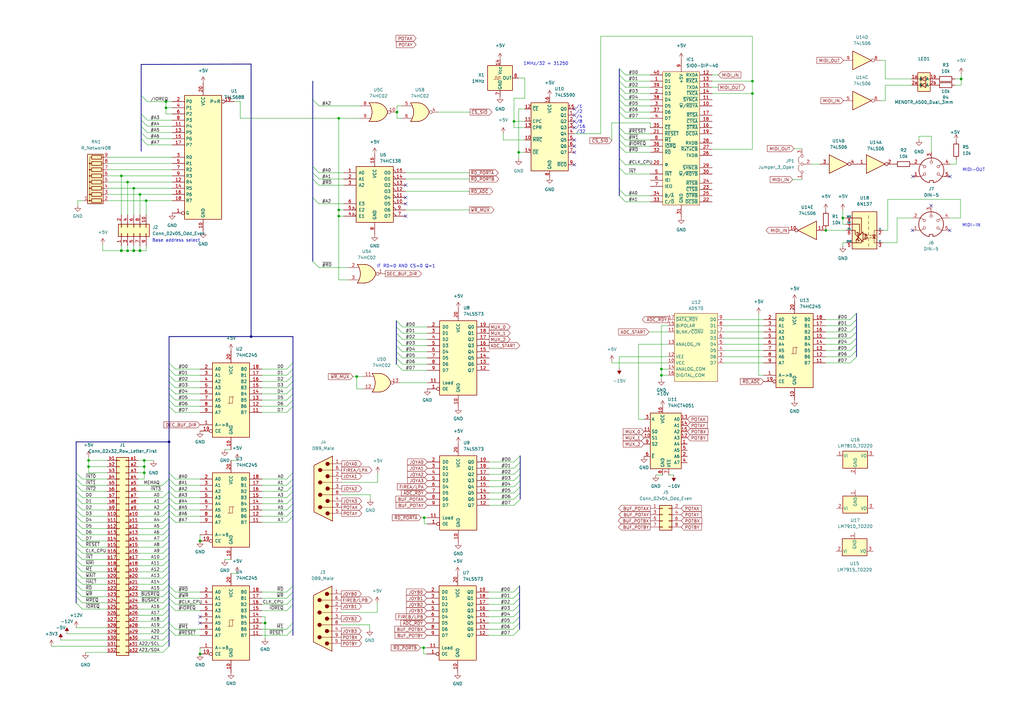
<source format=kicad_sch>
(kicad_sch (version 20211123) (generator eeschema)
  (paper "A3")
  (title_block (title "Z8C Midi Interfacee") (date "2022-10-14"))
  (junction (at 308.61 33.274))
  (junction (at 271.272 153.924))
  (junction (at 210.82 49.784))
  (junction (at 308.61 38.354))
  (junction (at 345.694 89.408))
  (junction (at 82.042 221.869))
  (junction (at 54.864 77.216))
  (junction (at 212.725 62.484))
  (junction (at 68.072 44.196))
  (junction (at 54.864 102.743))
  (junction (at 338.709 94.488))
  (junction (at 173.736 265.684))
  (junction (at 52.324 102.87))
  (junction (at 108.712 255.524))
  (junction (at 69.342 181.229))
  (junction (at 82.042 268.224))
  (junction (at 138.938 48.514))
  (junction (at 68.072 41.656))
  (junction (at 57.404 102.87))
  (junction (at 173.99 212.344))
  (junction (at 59.182 193.929))
  (junction (at 36.322 191.389))
  (junction (at 59.182 191.389))
  (junction (at 146.304 154.432))
  (junction (at 57.404 79.756))
  (junction (at 102.997 138.049))
  (junction (at 54.864 102.87))
  (junction (at 49.784 102.743))
  (junction (at 57.404 102.743))
  (junction (at 271.272 151.384))
  (junction (at 36.322 188.849))
  (junction (at 59.944 82.296))
  (junction (at 162.814 45.974))
  (junction (at 138.938 88.646))
  (junction (at 394.208 32.385))
  (junction (at 138.938 86.106))
  (junction (at 49.784 72.136))
  (junction (at 49.784 102.87))
  (junction (at 52.324 74.676))
  (junction (at 59.182 188.849))
  (no_connect (at 389.509 94.488))
  (no_connect (at 235.585 62.484))
  (no_connect (at 235.585 59.944))
  (no_connect (at 235.585 57.404))
  (no_connect (at 235.585 67.564))
  (no_connect (at 374.396 72.39))
  (no_connect (at 389.636 72.39))
  (no_connect (at 82.042 255.524))
  (no_connect (at 381.889 84.328))
  (no_connect (at 235.585 52.324))
  (no_connect (at 235.585 49.784))
  (no_connect (at 235.585 47.244))
  (no_connect (at 235.585 44.704))
  (no_connect (at 82.042 252.984))
  (no_connect (at 374.269 94.488))
  (no_connect (at 166.37 75.946))
  (no_connect (at 166.37 88.646))
  (no_connect (at 166.37 83.566))
  (no_connect (at 166.37 81.026))
  (bus_entry (at 120.142 240.284) (size -2.54 2.54))
  (bus_entry (at 348.742 148.844) (size 2.54 -2.54))
  (bus_entry (at 256.54 33.274) (size -2.54 -2.54))
  (bus_entry (at 69.342 249.809) (size -2.54 2.54))
  (bus_entry (at 33.782 216.789) (size -2.54 -2.54))
  (bus_entry (at 120.142 247.904) (size -2.54 2.54))
  (bus_entry (at 256.54 43.434) (size -2.54 -2.54))
  (bus_entry (at 57.912 51.816) (size 2.54 2.54))
  (bus_entry (at 120.142 206.629) (size -2.54 2.54))
  (bus_entry (at 120.142 245.364) (size -2.54 2.54))
  (bus_entry (at 69.342 219.329) (size -2.54 2.54))
  (bus_entry (at 31.242 229.489) (size 2.54 2.54))
  (bus_entry (at 69.342 229.489) (size -2.54 2.54))
  (bus_entry (at 165.1 144.272) (size -2.54 -2.54))
  (bus_entry (at 57.912 46.736) (size 2.54 2.54))
  (bus_entry (at 31.242 239.649) (size 2.54 2.54))
  (bus_entry (at 69.342 209.169) (size -2.54 2.54))
  (bus_entry (at 69.342 244.729) (size -2.54 2.54))
  (bus_entry (at 69.342 242.824) (size 2.54 2.54))
  (bus_entry (at 33.782 219.329) (size -2.54 -2.54))
  (bus_entry (at 33.782 206.629) (size -2.54 -2.54))
  (bus_entry (at 69.342 254.889) (size -2.54 2.54))
  (bus_entry (at 128.27 107.188) (size 2.54 2.54))
  (bus_entry (at 69.342 211.709) (size -2.54 2.54))
  (bus_entry (at 210.82 192.024) (size 2.54 -2.54))
  (bus_entry (at 117.602 166.624) (size 2.54 -2.54))
  (bus_entry (at 120.142 211.709) (size -2.54 2.54))
  (bus_entry (at 254 65.024) (size 2.54 2.54))
  (bus_entry (at 57.912 39.116) (size 2.54 2.54))
  (bus_entry (at 210.82 207.264) (size 2.54 -2.54))
  (bus_entry (at 256.54 40.894) (size -2.54 -2.54))
  (bus_entry (at 69.342 258.064) (size 2.54 2.54))
  (bus_entry (at 254 77.724) (size 2.54 2.54))
  (bus_entry (at 117.602 151.384) (size 2.54 -2.54))
  (bus_entry (at 69.342 199.009) (size 2.54 2.54))
  (bus_entry (at 71.882 159.004) (size -2.54 -2.54))
  (bus_entry (at 69.342 214.249) (size -2.54 2.54))
  (bus_entry (at 117.602 159.004) (size 2.54 -2.54))
  (bus_entry (at 120.142 209.169) (size -2.54 2.54))
  (bus_entry (at 348.742 146.304) (size 2.54 -2.54))
  (bus_entry (at 256.54 38.354) (size -2.54 -2.54))
  (bus_entry (at 210.82 202.184) (size 2.54 -2.54))
  (bus_entry (at 69.342 226.949) (size -2.54 2.54))
  (bus_entry (at 69.342 204.089) (size -2.54 2.54))
  (bus_entry (at 33.782 221.869) (size -2.54 -2.54))
  (bus_entry (at 33.782 209.169) (size -2.54 -2.54))
  (bus_entry (at 254 52.324) (size 2.54 2.54))
  (bus_entry (at 210.82 197.104) (size 2.54 -2.54))
  (bus_entry (at 210.82 204.724) (size 2.54 -2.54))
  (bus_entry (at 165.1 139.192) (size -2.54 -2.54))
  (bus_entry (at 33.782 214.249) (size -2.54 -2.54))
  (bus_entry (at 31.242 247.269) (size 2.54 2.54))
  (bus_entry (at 254 59.944) (size 2.54 2.54))
  (bus_entry (at 120.142 204.089) (size -2.54 2.54))
  (bus_entry (at 256.54 30.734) (size -2.54 -2.54))
  (bus_entry (at 69.342 239.649) (size -2.54 2.54))
  (bus_entry (at 256.54 48.514) (size -2.54 -2.54))
  (bus_entry (at 254 68.834) (size 2.54 2.54))
  (bus_entry (at 69.342 201.549) (size 2.54 2.54))
  (bus_entry (at 165.1 136.652) (size -2.54 -2.54))
  (bus_entry (at 33.782 211.709) (size -2.54 -2.54))
  (bus_entry (at 256.54 35.814) (size -2.54 -2.54))
  (bus_entry (at 210.566 252.984) (size 2.54 -2.54))
  (bus_entry (at 117.602 156.464) (size 2.54 -2.54))
  (bus_entry (at 210.566 242.824) (size 2.54 -2.54))
  (bus_entry (at 31.242 199.009) (size 2.54 2.54))
  (bus_entry (at 31.242 193.929) (size 2.54 2.54))
  (bus_entry (at 69.342 259.969) (size -2.54 2.54))
  (bus_entry (at 348.742 138.684) (size 2.54 -2.54))
  (bus_entry (at 348.742 136.144) (size 2.54 -2.54))
  (bus_entry (at 69.342 216.789) (size -2.54 2.54))
  (bus_entry (at 31.242 224.409) (size 2.54 2.54))
  (bus_entry (at 210.566 245.364) (size 2.54 -2.54))
  (bus_entry (at 69.342 252.349) (size -2.54 2.54))
  (bus_entry (at 348.742 141.224) (size 2.54 -2.54))
  (bus_entry (at 117.602 153.924) (size 2.54 -2.54))
  (bus_entry (at 69.342 196.469) (size 2.54 2.54))
  (bus_entry (at 210.566 247.904) (size 2.54 -2.54))
  (bus_entry (at 256.54 45.974) (size -2.54 -2.54))
  (bus_entry (at 120.142 258.064) (size -2.54 2.54))
  (bus_entry (at 210.566 250.444) (size 2.54 -2.54))
  (bus_entry (at 69.342 204.089) (size 2.54 2.54))
  (bus_entry (at 33.782 204.089) (size -2.54 -2.54))
  (bus_entry (at 69.342 206.629) (size 2.54 2.54))
  (bus_entry (at 128.27 40.894) (size 2.54 2.54))
  (bus_entry (at 66.802 199.009) (size 2.54 -2.54))
  (bus_entry (at 71.882 156.464) (size -2.54 -2.54))
  (bus_entry (at 117.602 164.084) (size 2.54 -2.54))
  (bus_entry (at 31.242 234.569) (size 2.54 2.54))
  (bus_entry (at 71.882 153.924) (size -2.54 -2.54))
  (bus_entry (at 210.82 194.564) (size 2.54 -2.54))
  (bus_entry (at 165.1 141.732) (size -2.54 -2.54))
  (bus_entry (at 69.342 247.904) (size 2.54 2.54))
  (bus_entry (at 31.242 232.029) (size 2.54 2.54))
  (bus_entry (at 254 57.404) (size 2.54 2.54))
  (bus_entry (at 120.142 255.524) (size -2.54 2.54))
  (bus_entry (at 57.912 49.276) (size 2.54 2.54))
  (bus_entry (at 31.242 237.109) (size 2.54 2.54))
  (bus_entry (at 69.342 211.709) (size 2.54 2.54))
  (bus_entry (at 31.242 221.869) (size 2.54 2.54))
  (bus_entry (at 128.27 68.326) (size 2.54 2.54))
  (bus_entry (at 71.882 169.164) (size -2.54 -2.54))
  (bus_entry (at 128.27 81.026) (size 2.54 2.54))
  (bus_entry (at 120.142 201.549) (size -2.54 2.54))
  (bus_entry (at 348.742 133.604) (size 2.54 -2.54))
  (bus_entry (at 348.742 131.064) (size 2.54 -2.54))
  (bus_entry (at 210.82 199.644) (size 2.54 -2.54))
  (bus_entry (at 120.142 193.929) (size -2.54 2.54))
  (bus_entry (at 71.882 166.624) (size -2.54 -2.54))
  (bus_entry (at 69.342 265.049) (size -2.54 2.54))
  (bus_entry (at 71.882 164.084) (size -2.54 -2.54))
  (bus_entry (at 71.882 161.544) (size -2.54 -2.54))
  (bus_entry (at 69.342 242.189) (size -2.54 2.54))
  (bus_entry (at 117.602 161.544) (size 2.54 -2.54))
  (bus_entry (at 31.242 244.729) (size 2.54 2.54))
  (bus_entry (at 69.342 257.429) (size -2.54 2.54))
  (bus_entry (at 69.342 237.109) (size -2.54 2.54))
  (bus_entry (at 120.142 242.824) (size -2.54 2.54))
  (bus_entry (at 71.882 151.384) (size -2.54 -2.54))
  (bus_entry (at 69.342 206.629) (size -2.54 2.54))
  (bus_entry (at 120.142 196.469) (size -2.54 2.54))
  (bus_entry (at 165.1 151.892) (size -2.54 -2.54))
  (bus_entry (at 69.342 232.029) (size -2.54 2.54))
  (bus_entry (at 210.566 260.604) (size 2.54 -2.54))
  (bus_entry (at 254 80.264) (size 2.54 2.54))
  (bus_entry (at 165.1 149.352) (size -2.54 -2.54))
  (bus_entry (at 69.342 245.364) (size 2.54 2.54))
  (bus_entry (at 165.1 146.812) (size -2.54 -2.54))
  (bus_entry (at 69.342 247.269) (size -2.54 2.54))
  (bus_entry (at 31.242 242.189) (size 2.54 2.54))
  (bus_entry (at 69.342 224.409) (size -2.54 2.54))
  (bus_entry (at 31.242 196.469) (size 2.54 2.54))
  (bus_entry (at 31.242 226.949) (size 2.54 2.54))
  (bus_entry (at 69.342 255.524) (size 2.54 2.54))
  (bus_entry (at 69.342 240.284) (size 2.54 2.54))
  (bus_entry (at 210.566 258.064) (size 2.54 -2.54))
  (bus_entry (at 69.342 193.929) (size 2.54 2.54))
  (bus_entry (at 57.912 54.356) (size 2.54 2.54))
  (bus_entry (at 69.342 221.869) (size -2.54 2.54))
  (bus_entry (at 128.27 70.866) (size 2.54 2.54))
  (bus_entry (at 128.27 73.406) (size 2.54 2.54))
  (bus_entry (at 210.566 255.524) (size 2.54 -2.54))
  (bus_entry (at 69.342 234.569) (size -2.54 2.54))
  (bus_entry (at 69.342 201.549) (size -2.54 2.54))
  (bus_entry (at 165.1 134.112) (size -2.54 -2.54))
  (bus_entry (at 69.342 262.509) (size -2.54 2.54))
  (bus_entry (at 348.742 143.764) (size 2.54 -2.54))
  (bus_entry (at 69.342 209.169) (size 2.54 2.54))
  (bus_entry (at 117.602 169.164) (size 2.54 -2.54))
  (bus_entry (at 57.912 56.896) (size 2.54 2.54))
  (bus_entry (at 254 54.864) (size 2.54 2.54))
  (bus_entry (at 120.142 199.009) (size -2.54 2.54))
  (bus_entry (at 210.82 189.484) (size 2.54 -2.54))
  (wire (pts (xy 33.782 229.489) (xy 43.942 229.489)))
  (wire (pts (xy 59.182 188.849) (xy 62.992 188.849)))
  (wire (pts (xy 56.642 199.009) (xy 66.802 199.009)))
  (bus (pts (xy 69.342 209.169) (xy 69.342 206.629)))
  (wire (pts (xy 212.725 44.704) (xy 212.725 62.484)))
  (wire (pts (xy 348.742 141.224) (xy 338.582 141.224)))
  (wire (pts (xy 146.304 154.432) (xy 148.844 154.432)))
  (wire (pts (xy 70.612 44.196) (xy 68.072 44.196)))
  (wire (pts (xy 345.694 99.568) (xy 346.964 99.568)))
  (wire (pts (xy 348.742 143.764) (xy 338.582 143.764)))
  (wire (pts (xy 138.938 88.646) (xy 138.938 114.808)))
  (wire (pts (xy 165.1 146.812) (xy 175.26 146.812)))
  (wire (pts (xy 92.202 184.404) (xy 94.742 184.404)))
  (bus (pts (xy 69.342 232.029) (xy 69.342 229.489)))
  (bus (pts (xy 31.242 196.469) (xy 31.242 199.009)))
  (bus (pts (xy 254 57.404) (xy 254 59.944)))
  (wire (pts (xy 66.802 221.869) (xy 56.642 221.869)))
  (wire (pts (xy 66.802 204.089) (xy 56.642 204.089)))
  (wire (pts (xy 33.782 209.169) (xy 43.942 209.169)))
  (wire (pts (xy 98.552 48.514) (xy 138.938 48.514)))
  (wire (pts (xy 117.602 196.469) (xy 107.442 196.469)))
  (wire (pts (xy 348.742 131.064) (xy 338.582 131.064)))
  (bus (pts (xy 254 52.324) (xy 254 54.864)))
  (wire (pts (xy 66.802 219.329) (xy 56.642 219.329)))
  (wire (pts (xy 348.742 133.604) (xy 338.582 133.604)))
  (wire (pts (xy 66.802 254.889) (xy 56.642 254.889)))
  (wire (pts (xy 348.742 146.304) (xy 338.582 146.304)))
  (bus (pts (xy 69.342 244.729) (xy 69.342 245.364)))
  (wire (pts (xy 393.954 89.408) (xy 393.954 81.788)))
  (bus (pts (xy 69.342 164.084) (xy 69.342 161.544)))
  (wire (pts (xy 54.864 77.216) (xy 70.612 77.216)))
  (bus (pts (xy 351.282 146.304) (xy 351.282 143.764)))
  (wire (pts (xy 271.272 155.448) (xy 271.272 153.924)))
  (wire (pts (xy 165.1 141.732) (xy 175.26 141.732)))
  (wire (pts (xy 52.324 102.87) (xy 52.324 100.838)))
  (wire (pts (xy 66.802 259.969) (xy 56.642 259.969)))
  (bus (pts (xy 254 45.974) (xy 254 52.324)))
  (wire (pts (xy 44.196 79.756) (xy 57.404 79.756)))
  (bus (pts (xy 254 54.864) (xy 254 57.404)))
  (bus (pts (xy 351.282 138.684) (xy 351.282 136.144)))
  (bus (pts (xy 69.342 245.364) (xy 69.342 247.269)))
  (wire (pts (xy 210.82 52.324) (xy 215.265 52.324)))
  (wire (pts (xy 68.072 46.736) (xy 70.612 46.736)))
  (bus (pts (xy 162.56 141.732) (xy 162.56 139.192)))
  (wire (pts (xy 165.1 151.892) (xy 175.26 151.892)))
  (wire (pts (xy 140.208 202.946) (xy 151.892 202.946)))
  (wire (pts (xy 210.82 49.784) (xy 210.82 52.324)))
  (wire (pts (xy 271.272 151.384) (xy 271.272 153.924)))
  (wire (pts (xy 164.592 48.514) (xy 162.814 48.514)))
  (wire (pts (xy 345.694 89.408) (xy 345.694 91.948)))
  (wire (pts (xy 394.208 32.385) (xy 394.208 30.48)))
  (bus (pts (xy 213.106 255.524) (xy 213.106 252.984)))
  (wire (pts (xy 311.15 153.924) (xy 313.182 153.924)))
  (wire (pts (xy 44.196 74.676) (xy 52.324 74.676)))
  (bus (pts (xy 351.282 143.764) (xy 351.282 141.224)))
  (bus (pts (xy 128.27 33.274) (xy 128.27 40.894)))
  (wire (pts (xy 71.882 247.904) (xy 82.042 247.904)))
  (wire (pts (xy 154.686 251.206) (xy 154.686 247.396)))
  (bus (pts (xy 69.342 166.624) (xy 69.342 164.084)))
  (wire (pts (xy 59.944 102.87) (xy 59.944 100.838)))
  (bus (pts (xy 57.912 56.896) (xy 57.912 54.356)))
  (bus (pts (xy 69.342 138.049) (xy 102.997 138.049)))
  (wire (pts (xy 82.042 219.329) (xy 82.042 221.869)))
  (wire (pts (xy 271.272 133.604) (xy 274.066 133.604)))
  (wire (pts (xy 27.432 259.969) (xy 43.942 259.969)))
  (wire (pts (xy 162.814 45.974) (xy 162.814 43.434)))
  (bus (pts (xy 254 38.354) (xy 254 35.814)))
  (wire (pts (xy 117.602 166.624) (xy 107.442 166.624)))
  (wire (pts (xy 66.802 242.189) (xy 56.642 242.189)))
  (bus (pts (xy 69.342 229.489) (xy 69.342 226.949)))
  (wire (pts (xy 108.712 255.524) (xy 108.712 261.874)))
  (wire (pts (xy 348.742 138.684) (xy 338.582 138.684)))
  (wire (pts (xy 130.81 73.406) (xy 140.97 73.406)))
  (wire (pts (xy 54.864 77.216) (xy 54.864 88.138)))
  (wire (pts (xy 165.1 134.112) (xy 175.26 134.112)))
  (wire (pts (xy 60.452 51.816) (xy 70.612 51.816)))
  (wire (pts (xy 54.864 102.743) (xy 54.864 100.838)))
  (bus (pts (xy 254 65.024) (xy 254 68.834)))
  (bus (pts (xy 254 59.944) (xy 254 65.024)))
  (wire (pts (xy 59.944 82.296) (xy 70.612 82.296)))
  (wire (pts (xy 250.952 148.844) (xy 250.952 148.336)))
  (wire (pts (xy 57.404 102.743) (xy 57.404 102.87)))
  (wire (pts (xy 256.54 48.514) (xy 266.7 48.514)))
  (bus (pts (xy 120.142 153.924) (xy 120.142 151.384)))
  (wire (pts (xy 345.694 89.408) (xy 346.964 89.408)))
  (wire (pts (xy 21.082 265.049) (xy 43.942 265.049)))
  (wire (pts (xy 215.265 49.784) (xy 210.82 49.784)))
  (wire (pts (xy 266.192 136.144) (xy 274.066 136.144)))
  (wire (pts (xy 254 146.304) (xy 274.066 146.304)))
  (bus (pts (xy 120.142 245.364) (xy 120.142 247.904)))
  (wire (pts (xy 36.322 193.929) (xy 43.942 193.929)))
  (wire (pts (xy 42.164 102.87) (xy 49.784 102.87)))
  (wire (pts (xy 33.782 221.869) (xy 43.942 221.869)))
  (wire (pts (xy 33.782 219.329) (xy 43.942 219.329)))
  (wire (pts (xy 92.202 229.489) (xy 94.742 229.489)))
  (bus (pts (xy 69.342 159.004) (xy 69.342 156.464)))
  (bus (pts (xy 120.142 242.824) (xy 120.142 245.364)))
  (wire (pts (xy 33.782 204.089) (xy 43.942 204.089)))
  (wire (pts (xy 308.61 33.274) (xy 308.61 38.354)))
  (wire (pts (xy 154.94 197.866) (xy 154.94 194.056)))
  (wire (pts (xy 49.784 102.743) (xy 49.784 100.838)))
  (bus (pts (xy 213.36 186.944) (xy 213.36 189.484)))
  (wire (pts (xy 117.602 153.924) (xy 107.442 153.924)))
  (wire (pts (xy 254 150.876) (xy 254 146.304)))
  (bus (pts (xy 162.56 136.652) (xy 162.56 139.192)))
  (wire (pts (xy 117.602 250.444) (xy 107.442 250.444)))
  (wire (pts (xy 363.093 32.385) (xy 373.888 32.385)))
  (bus (pts (xy 120.142 240.284) (xy 120.142 242.824)))
  (wire (pts (xy 117.602 258.064) (xy 107.442 258.064)))
  (bus (pts (xy 31.242 219.329) (xy 31.242 216.789)))
  (wire (pts (xy 261.874 141.224) (xy 274.066 141.224)))
  (wire (pts (xy 60.452 49.276) (xy 70.612 49.276)))
  (wire (pts (xy 210.566 242.824) (xy 200.406 242.824)))
  (wire (pts (xy 271.272 153.924) (xy 274.066 153.924)))
  (wire (pts (xy 31.242 257.429) (xy 43.942 257.429)))
  (bus (pts (xy 120.142 166.624) (xy 120.142 193.929)))
  (wire (pts (xy 256.54 59.944) (xy 266.7 59.944)))
  (bus (pts (xy 120.142 209.169) (xy 120.142 211.709)))
  (wire (pts (xy 268.986 194.818) (xy 271.78 194.818)))
  (wire (pts (xy 308.61 61.214) (xy 292.1 61.214)))
  (wire (pts (xy 313.182 148.844) (xy 296.926 148.844)))
  (wire (pts (xy 276.352 194.818) (xy 274.32 194.818)))
  (wire (pts (xy 138.938 48.514) (xy 138.938 86.106)))
  (bus (pts (xy 31.242 209.169) (xy 31.242 206.629)))
  (bus (pts (xy 213.106 240.284) (xy 213.106 242.824)))
  (wire (pts (xy 346.964 94.488) (xy 338.709 94.488)))
  (wire (pts (xy 308.61 38.354) (xy 308.61 61.214)))
  (bus (pts (xy 254 45.974) (xy 254 43.434)))
  (wire (pts (xy 117.602 211.709) (xy 107.442 211.709)))
  (wire (pts (xy 256.54 45.974) (xy 266.7 45.974)))
  (bus (pts (xy 351.282 128.524) (xy 351.282 131.064)))
  (wire (pts (xy 212.725 62.484) (xy 215.265 62.484)))
  (wire (pts (xy 172.72 212.344) (xy 173.99 212.344)))
  (bus (pts (xy 120.142 164.084) (xy 120.142 161.544)))
  (wire (pts (xy 66.802 209.169) (xy 56.642 209.169)))
  (wire (pts (xy 206.375 57.404) (xy 206.375 54.864)))
  (wire (pts (xy 389.509 89.408) (xy 393.954 89.408)))
  (wire (pts (xy 33.782 211.709) (xy 43.942 211.709)))
  (wire (pts (xy 117.602 214.249) (xy 107.442 214.249)))
  (wire (pts (xy 33.782 239.649) (xy 43.942 239.649)))
  (wire (pts (xy 36.322 191.389) (xy 36.322 193.929)))
  (wire (pts (xy 363.093 34.925) (xy 373.888 34.925)))
  (wire (pts (xy 44.196 82.296) (xy 59.944 82.296)))
  (wire (pts (xy 117.602 164.084) (xy 107.442 164.084)))
  (wire (pts (xy 138.938 114.808) (xy 142.748 114.808)))
  (wire (pts (xy 313.182 131.064) (xy 296.926 131.064)))
  (wire (pts (xy 256.54 43.434) (xy 266.7 43.434)))
  (wire (pts (xy 210.82 189.484) (xy 200.66 189.484)))
  (wire (pts (xy 33.782 232.029) (xy 43.942 232.029)))
  (wire (pts (xy 256.54 80.264) (xy 266.7 80.264)))
  (bus (pts (xy 69.342 249.809) (xy 69.342 247.904)))
  (wire (pts (xy 210.566 260.604) (xy 200.406 260.604)))
  (wire (pts (xy 235.585 54.864) (xy 246.38 54.864)))
  (wire (pts (xy 57.404 100.838) (xy 57.404 102.743)))
  (wire (pts (xy 172.466 265.684) (xy 173.736 265.684)))
  (wire (pts (xy 56.642 193.929) (xy 59.182 193.929)))
  (bus (pts (xy 31.242 242.189) (xy 31.242 244.729)))
  (wire (pts (xy 71.882 209.169) (xy 82.042 209.169)))
  (bus (pts (xy 162.56 149.352) (xy 162.56 146.812)))
  (wire (pts (xy 60.452 54.356) (xy 70.612 54.356)))
  (wire (pts (xy 49.784 72.136) (xy 70.612 72.136)))
  (bus (pts (xy 128.27 107.188) (xy 128.27 81.026)))
  (bus (pts (xy 69.342 242.824) (xy 69.342 244.729)))
  (wire (pts (xy 210.82 194.564) (xy 200.66 194.564)))
  (bus (pts (xy 69.342 153.924) (xy 69.342 156.464)))
  (bus (pts (xy 31.242 181.229) (xy 69.342 181.229)))
  (wire (pts (xy 117.602 204.089) (xy 107.442 204.089)))
  (bus (pts (xy 254 43.434) (xy 254 40.894)))
  (bus (pts (xy 31.242 199.009) (xy 31.242 201.549)))
  (wire (pts (xy 210.82 207.264) (xy 200.66 207.264)))
  (wire (pts (xy 138.938 48.514) (xy 147.574 48.514)))
  (bus (pts (xy 69.342 204.089) (xy 69.342 201.549)))
  (wire (pts (xy 44.196 69.596) (xy 70.612 69.596)))
  (bus (pts (xy 31.242 237.109) (xy 31.242 239.649)))
  (bus (pts (xy 120.142 206.629) (xy 120.142 209.169)))
  (wire (pts (xy 382.016 55.88) (xy 382.016 62.23)))
  (wire (pts (xy 71.882 199.009) (xy 82.042 199.009)))
  (wire (pts (xy 392.176 67.31) (xy 392.176 65.405)))
  (wire (pts (xy 66.802 224.409) (xy 56.642 224.409)))
  (wire (pts (xy 59.182 193.929) (xy 59.182 191.389)))
  (bus (pts (xy 69.342 199.009) (xy 69.342 201.549)))
  (wire (pts (xy 108.712 252.984) (xy 108.712 255.524)))
  (wire (pts (xy 166.37 70.866) (xy 192.532 70.866)))
  (bus (pts (xy 31.242 224.409) (xy 31.242 226.949)))
  (wire (pts (xy 313.182 146.304) (xy 296.926 146.304)))
  (bus (pts (xy 120.142 199.009) (xy 120.142 201.549)))
  (bus (pts (xy 120.142 255.524) (xy 120.142 258.064)))
  (bus (pts (xy 351.282 131.064) (xy 351.282 133.604)))
  (wire (pts (xy 71.882 161.544) (xy 82.042 161.544)))
  (wire (pts (xy 325.12 73.66) (xy 328.93 73.66)))
  (wire (pts (xy 33.782 196.469) (xy 43.942 196.469)))
  (bus (pts (xy 120.142 247.904) (xy 120.142 255.524)))
  (bus (pts (xy 254 68.834) (xy 254 77.724)))
  (wire (pts (xy 68.072 44.196) (xy 68.072 41.656)))
  (bus (pts (xy 69.342 257.429) (xy 69.342 255.524)))
  (wire (pts (xy 215.265 32.004) (xy 215.265 40.259)))
  (wire (pts (xy 33.782 249.809) (xy 43.942 249.809)))
  (wire (pts (xy 71.882 196.469) (xy 82.042 196.469)))
  (wire (pts (xy 44.196 67.056) (xy 70.612 67.056)))
  (wire (pts (xy 313.182 138.684) (xy 296.926 138.684)))
  (bus (pts (xy 57.912 39.116) (xy 57.912 46.736)))
  (wire (pts (xy 71.882 258.064) (xy 82.042 258.064)))
  (wire (pts (xy 210.82 40.259) (xy 210.82 49.784)))
  (wire (pts (xy 54.864 102.743) (xy 54.864 102.87)))
  (wire (pts (xy 117.602 169.164) (xy 107.442 169.164)))
  (wire (pts (xy 33.782 247.269) (xy 43.942 247.269)))
  (bus (pts (xy 31.242 229.489) (xy 31.242 232.029)))
  (wire (pts (xy 33.782 244.729) (xy 43.942 244.729)))
  (wire (pts (xy 210.566 252.984) (xy 200.406 252.984)))
  (bus (pts (xy 213.106 258.064) (xy 213.106 255.524)))
  (wire (pts (xy 33.782 242.189) (xy 43.942 242.189)))
  (bus (pts (xy 69.342 181.229) (xy 69.342 193.929)))
  (bus (pts (xy 213.36 197.104) (xy 213.36 194.564)))
  (wire (pts (xy 49.784 102.743) (xy 49.784 102.87)))
  (wire (pts (xy 308.61 33.274) (xy 292.1 33.274)))
  (wire (pts (xy 71.882 204.089) (xy 82.042 204.089)))
  (wire (pts (xy 71.882 250.444) (xy 82.042 250.444)))
  (wire (pts (xy 210.566 255.524) (xy 200.406 255.524)))
  (wire (pts (xy 66.802 249.809) (xy 56.642 249.809)))
  (wire (pts (xy 165.1 144.272) (xy 175.26 144.272)))
  (bus (pts (xy 69.342 211.709) (xy 69.342 209.169)))
  (wire (pts (xy 215.265 44.704) (xy 212.725 44.704)))
  (wire (pts (xy 71.882 242.824) (xy 82.042 242.824)))
  (wire (pts (xy 348.742 136.144) (xy 338.582 136.144)))
  (wire (pts (xy 117.602 156.464) (xy 107.442 156.464)))
  (wire (pts (xy 162.814 48.514) (xy 162.814 45.974)))
  (wire (pts (xy 313.182 141.224) (xy 296.926 141.224)))
  (bus (pts (xy 69.342 249.809) (xy 69.342 252.349)))
  (bus (pts (xy 69.342 237.109) (xy 69.342 234.569)))
  (wire (pts (xy 66.802 214.249) (xy 56.642 214.249)))
  (bus (pts (xy 120.142 159.004) (xy 120.142 156.464)))
  (bus (pts (xy 69.342 216.789) (xy 69.342 214.249)))
  (wire (pts (xy 66.802 234.569) (xy 56.642 234.569)))
  (bus (pts (xy 69.342 166.624) (xy 69.342 181.229)))
  (wire (pts (xy 389.636 67.31) (xy 392.176 67.31)))
  (wire (pts (xy 130.81 75.946) (xy 140.97 75.946)))
  (bus (pts (xy 102.997 26.289) (xy 102.997 138.049)))
  (bus (pts (xy 69.342 258.064) (xy 69.342 257.429)))
  (bus (pts (xy 162.56 131.572) (xy 162.56 134.112)))
  (wire (pts (xy 66.802 239.649) (xy 56.642 239.649)))
  (wire (pts (xy 212.725 32.004) (xy 215.265 32.004)))
  (bus (pts (xy 69.342 262.509) (xy 69.342 259.969)))
  (wire (pts (xy 66.802 206.629) (xy 56.642 206.629)))
  (bus (pts (xy 213.36 189.484) (xy 213.36 192.024)))
  (wire (pts (xy 57.404 79.756) (xy 70.612 79.756)))
  (wire (pts (xy 162.814 43.434) (xy 164.592 43.434)))
  (wire (pts (xy 57.404 79.756) (xy 57.404 88.138)))
  (bus (pts (xy 31.242 219.329) (xy 31.242 221.869)))
  (wire (pts (xy 179.832 45.974) (xy 192.786 45.974)))
  (wire (pts (xy 164.084 156.972) (xy 175.26 156.972)))
  (wire (pts (xy 44.196 72.136) (xy 49.784 72.136)))
  (wire (pts (xy 59.182 191.389) (xy 59.182 188.849)))
  (bus (pts (xy 351.282 133.604) (xy 351.282 136.144)))
  (wire (pts (xy 31.877 82.296) (xy 34.036 82.296)))
  (wire (pts (xy 210.82 197.104) (xy 200.66 197.104)))
  (bus (pts (xy 69.342 193.929) (xy 69.342 196.469)))
  (wire (pts (xy 246.38 14.859) (xy 246.38 54.864)))
  (wire (pts (xy 52.324 102.87) (xy 54.864 102.87)))
  (wire (pts (xy 66.802 232.029) (xy 56.642 232.029)))
  (wire (pts (xy 117.602 159.004) (xy 107.442 159.004)))
  (wire (pts (xy 367.919 89.408) (xy 374.269 89.408)))
  (wire (pts (xy 210.566 258.064) (xy 200.406 258.064)))
  (wire (pts (xy 71.882 201.549) (xy 82.042 201.549)))
  (wire (pts (xy 346.964 91.948) (xy 345.694 91.948)))
  (wire (pts (xy 210.82 202.184) (xy 200.66 202.184)))
  (wire (pts (xy 311.15 128.778) (xy 311.15 153.924)))
  (bus (pts (xy 120.142 161.544) (xy 120.142 159.004)))
  (wire (pts (xy 364.109 81.788) (xy 364.109 94.488)))
  (wire (pts (xy 49.784 72.136) (xy 49.784 88.138)))
  (bus (pts (xy 69.342 240.284) (xy 69.342 242.189)))
  (wire (pts (xy 66.802 265.049) (xy 56.642 265.049)))
  (wire (pts (xy 256.54 38.354) (xy 266.7 38.354)))
  (wire (pts (xy 210.82 192.024) (xy 200.66 192.024)))
  (wire (pts (xy 166.37 73.406) (xy 192.532 73.406)))
  (wire (pts (xy 33.782 214.249) (xy 43.942 214.249)))
  (wire (pts (xy 24.892 262.509) (xy 43.942 262.509)))
  (bus (pts (xy 57.912 56.896) (xy 57.912 61.976)))
  (wire (pts (xy 313.182 136.144) (xy 296.926 136.144)))
  (wire (pts (xy 146.304 159.512) (xy 146.304 154.432)))
  (wire (pts (xy 33.782 226.949) (xy 43.942 226.949)))
  (wire (pts (xy 210.82 204.724) (xy 200.66 204.724)))
  (wire (pts (xy 71.882 166.624) (xy 82.042 166.624)))
  (wire (pts (xy 348.742 148.844) (xy 338.582 148.844)))
  (wire (pts (xy 173.736 265.684) (xy 175.006 265.684)))
  (wire (pts (xy 376.936 57.15) (xy 376.936 55.88)))
  (bus (pts (xy 254 30.734) (xy 254 33.274)))
  (bus (pts (xy 213.106 252.984) (xy 213.106 250.444)))
  (wire (pts (xy 71.882 156.464) (xy 82.042 156.464)))
  (wire (pts (xy 256.54 82.804) (xy 266.7 82.804)))
  (wire (pts (xy 71.882 159.004) (xy 82.042 159.004)))
  (wire (pts (xy 173.99 212.344) (xy 175.26 212.344)))
  (wire (pts (xy 60.452 41.656) (xy 68.072 41.656)))
  (bus (pts (xy 31.242 244.729) (xy 31.242 247.269)))
  (bus (pts (xy 120.142 193.929) (xy 120.142 196.469)))
  (wire (pts (xy 210.566 247.904) (xy 200.406 247.904)))
  (wire (pts (xy 130.81 83.566) (xy 140.97 83.566)))
  (wire (pts (xy 138.938 88.646) (xy 140.97 88.646)))
  (wire (pts (xy 54.864 102.87) (xy 57.404 102.87)))
  (bus (pts (xy 120.142 138.049) (xy 120.142 148.844)))
  (wire (pts (xy 363.093 24.765) (xy 363.093 32.385)))
  (wire (pts (xy 66.802 211.709) (xy 56.642 211.709)))
  (wire (pts (xy 52.324 74.676) (xy 52.324 88.138)))
  (wire (pts (xy 215.265 57.404) (xy 206.375 57.404)))
  (bus (pts (xy 31.242 214.249) (xy 31.242 211.709)))
  (bus (pts (xy 31.242 206.629) (xy 31.242 204.089)))
  (wire (pts (xy 33.782 216.789) (xy 43.942 216.789)))
  (bus (pts (xy 120.142 151.384) (xy 120.142 148.844)))
  (wire (pts (xy 313.182 143.764) (xy 296.926 143.764)))
  (wire (pts (xy 94.742 235.204) (xy 97.282 235.204)))
  (wire (pts (xy 36.322 191.389) (xy 36.322 188.849)))
  (wire (pts (xy 71.882 211.709) (xy 82.042 211.709)))
  (wire (pts (xy 173.736 265.684) (xy 173.736 268.224)))
  (wire (pts (xy 130.81 109.728) (xy 142.748 109.728)))
  (wire (pts (xy 66.802 244.729) (xy 56.642 244.729)))
  (wire (pts (xy 117.602 206.629) (xy 107.442 206.629)))
  (wire (pts (xy 117.602 247.904) (xy 107.442 247.904)))
  (wire (pts (xy 210.82 199.644) (xy 200.66 199.644)))
  (bus (pts (xy 57.912 51.816) (xy 57.912 49.276)))
  (bus (pts (xy 31.242 204.089) (xy 31.242 201.549)))
  (wire (pts (xy 31.877 82.296) (xy 31.877 84.201)))
  (bus (pts (xy 69.342 259.969) (xy 69.342 258.064)))
  (wire (pts (xy 138.938 86.106) (xy 138.938 88.646)))
  (wire (pts (xy 256.54 71.374) (xy 266.7 71.374)))
  (wire (pts (xy 166.37 86.106) (xy 192.532 86.106)))
  (wire (pts (xy 66.802 257.429) (xy 56.642 257.429)))
  (wire (pts (xy 151.638 256.286) (xy 151.638 258.064)))
  (wire (pts (xy 210.566 245.364) (xy 200.406 245.364)))
  (wire (pts (xy 68.072 41.656) (xy 70.612 41.656)))
  (wire (pts (xy 56.642 196.469) (xy 59.182 196.469)))
  (wire (pts (xy 82.042 265.684) (xy 82.042 268.224)))
  (bus (pts (xy 31.242 239.649) (xy 31.242 242.189)))
  (bus (pts (xy 69.342 226.949) (xy 69.342 224.409)))
  (wire (pts (xy 256.54 67.564) (xy 266.7 67.564)))
  (bus (pts (xy 69.342 219.329) (xy 69.342 216.789)))
  (wire (pts (xy 165.1 149.352) (xy 175.26 149.352)))
  (wire (pts (xy 173.99 212.344) (xy 173.99 214.884)))
  (wire (pts (xy 33.782 234.569) (xy 43.942 234.569)))
  (wire (pts (xy 117.602 260.604) (xy 107.442 260.604)))
  (wire (pts (xy 33.782 201.549) (xy 43.942 201.549)))
  (wire (pts (xy 98.552 41.656) (xy 98.552 48.514)))
  (wire (pts (xy 313.182 133.604) (xy 296.926 133.604)))
  (wire (pts (xy 294.64 35.814) (xy 292.1 35.814)))
  (wire (pts (xy 117.602 245.364) (xy 107.442 245.364)))
  (bus (pts (xy 69.342 214.249) (xy 69.342 211.709)))
  (wire (pts (xy 42.164 100.33) (xy 42.164 102.87)))
  (wire (pts (xy 391.668 34.925) (xy 394.208 34.925)))
  (wire (pts (xy 332.74 67.31) (xy 336.296 67.31)))
  (wire (pts (xy 36.322 187.579) (xy 36.322 188.849)))
  (bus (pts (xy 254 40.894) (xy 254 38.354)))
  (bus (pts (xy 254 28.194) (xy 254 30.734)))
  (bus (pts (xy 120.142 258.064) (xy 120.142 260.604)))
  (wire (pts (xy 49.784 102.87) (xy 52.324 102.87)))
  (bus (pts (xy 57.912 39.116) (xy 57.912 26.416)))
  (bus (pts (xy 213.36 202.184) (xy 213.36 199.644)))
  (wire (pts (xy 376.936 55.88) (xy 382.016 55.88)))
  (wire (pts (xy 107.442 255.524) (xy 108.712 255.524)))
  (wire (pts (xy 33.782 199.009) (xy 43.942 199.009)))
  (wire (pts (xy 256.54 57.404) (xy 266.7 57.404)))
  (wire (pts (xy 71.882 164.084) (xy 82.042 164.084)))
  (bus (pts (xy 69.342 206.629) (xy 69.342 204.089)))
  (wire (pts (xy 66.802 267.589) (xy 56.642 267.589)))
  (wire (pts (xy 33.782 206.629) (xy 43.942 206.629)))
  (bus (pts (xy 31.242 193.929) (xy 31.242 196.469)))
  (wire (pts (xy 246.38 14.859) (xy 308.61 14.859)))
  (wire (pts (xy 60.452 59.436) (xy 70.612 59.436)))
  (wire (pts (xy 66.802 247.269) (xy 56.642 247.269)))
  (wire (pts (xy 139.954 251.206) (xy 154.686 251.206)))
  (wire (pts (xy 71.882 151.384) (xy 82.042 151.384)))
  (wire (pts (xy 117.602 199.009) (xy 107.442 199.009)))
  (bus (pts (xy 57.912 26.416) (xy 102.997 26.289)))
  (bus (pts (xy 213.36 192.024) (xy 213.36 194.564)))
  (wire (pts (xy 361.188 41.275) (xy 363.093 41.275)))
  (wire (pts (xy 71.882 214.249) (xy 82.042 214.249)))
  (bus (pts (xy 31.242 181.229) (xy 31.242 193.929)))
  (wire (pts (xy 43.942 191.389) (xy 36.322 191.389)))
  (bus (pts (xy 102.997 138.049) (xy 120.142 138.049)))
  (wire (pts (xy 57.404 102.87) (xy 59.944 102.87)))
  (wire (pts (xy 71.882 206.629) (xy 82.042 206.629)))
  (wire (pts (xy 345.694 100.838) (xy 345.694 99.568)))
  (wire (pts (xy 117.602 209.169) (xy 107.442 209.169)))
  (bus (pts (xy 57.912 54.356) (xy 57.912 51.816)))
  (wire (pts (xy 107.442 252.984) (xy 108.712 252.984)))
  (bus (pts (xy 69.342 224.409) (xy 69.342 221.869)))
  (bus (pts (xy 213.36 199.644) (xy 213.36 197.104)))
  (bus (pts (xy 69.342 151.384) (xy 69.342 153.924)))
  (wire (pts (xy 256.54 33.274) (xy 266.7 33.274)))
  (wire (pts (xy 130.81 43.434) (xy 147.574 43.434)))
  (wire (pts (xy 94.742 188.849) (xy 97.282 188.849)))
  (wire (pts (xy 210.566 250.444) (xy 200.406 250.444)))
  (bus (pts (xy 128.27 73.406) (xy 128.27 81.026)))
  (bus (pts (xy 69.342 252.349) (xy 69.342 254.889)))
  (bus (pts (xy 31.242 234.569) (xy 31.242 237.109)))
  (bus (pts (xy 69.342 196.469) (xy 69.342 199.009)))
  (bus (pts (xy 69.342 247.904) (xy 69.342 247.269)))
  (wire (pts (xy 338.709 94.488) (xy 338.709 93.853)))
  (wire (pts (xy 345.694 86.233) (xy 345.694 89.408)))
  (bus (pts (xy 69.342 262.509) (xy 69.342 265.049)))
  (bus (pts (xy 31.242 232.029) (xy 31.242 234.569)))
  (bus (pts (xy 213.36 204.724) (xy 213.36 202.184)))
  (wire (pts (xy 361.188 24.765) (xy 363.093 24.765)))
  (bus (pts (xy 128.27 70.866) (xy 128.27 73.406)))
  (wire (pts (xy 66.802 229.489) (xy 56.642 229.489)))
  (wire (pts (xy 256.54 35.814) (xy 266.7 35.814)))
  (bus (pts (xy 120.142 156.464) (xy 120.142 153.924)))
  (bus (pts (xy 213.106 250.444) (xy 213.106 247.904)))
  (wire (pts (xy 364.109 94.488) (xy 362.204 94.488)))
  (wire (pts (xy 256.54 62.484) (xy 266.7 62.484)))
  (bus (pts (xy 69.342 138.049) (xy 69.342 148.844)))
  (bus (pts (xy 57.912 46.736) (xy 57.912 49.276)))
  (wire (pts (xy 325.628 60.96) (xy 328.93 60.96)))
  (wire (pts (xy 52.324 74.676) (xy 70.612 74.676)))
  (wire (pts (xy 117.602 242.824) (xy 107.442 242.824)))
  (bus (pts (xy 31.242 221.869) (xy 31.242 224.409)))
  (wire (pts (xy 130.81 70.866) (xy 140.97 70.866)))
  (bus (pts (xy 162.56 144.272) (xy 162.56 141.732)))
  (bus (pts (xy 31.242 226.949) (xy 31.242 229.489)))
  (wire (pts (xy 66.802 262.509) (xy 56.642 262.509)))
  (wire (pts (xy 139.954 256.286) (xy 151.638 256.286)))
  (wire (pts (xy 391.668 32.385) (xy 394.208 32.385)))
  (bus (pts (xy 128.27 40.894) (xy 128.27 68.326)))
  (wire (pts (xy 166.37 78.486) (xy 192.532 78.486)))
  (wire (pts (xy 308.61 38.354) (xy 292.1 38.354)))
  (bus (pts (xy 31.242 216.789) (xy 31.242 214.249)))
  (wire (pts (xy 271.272 133.604) (xy 271.272 151.384)))
  (wire (pts (xy 59.182 196.469) (xy 59.182 193.929)))
  (wire (pts (xy 250.952 57.658) (xy 250.825 50.419)))
  (wire (pts (xy 36.322 188.849) (xy 43.942 188.849)))
  (bus (pts (xy 213.106 242.824) (xy 213.106 245.364)))
  (wire (pts (xy 66.802 226.949) (xy 56.642 226.949)))
  (bus (pts (xy 69.342 239.649) (xy 69.342 240.284)))
  (bus (pts (xy 120.142 166.624) (xy 120.142 164.084)))
  (bus (pts (xy 31.242 211.709) (xy 31.242 209.169)))
  (bus (pts (xy 69.342 239.649) (xy 69.342 237.109)))
  (wire (pts (xy 66.802 216.789) (xy 56.642 216.789)))
  (bus (pts (xy 120.142 196.469) (xy 120.142 199.009)))
  (bus (pts (xy 69.342 242.189) (xy 69.342 242.824)))
  (wire (pts (xy 59.944 82.296) (xy 59.944 88.138)))
  (wire (pts (xy 98.552 41.656) (xy 96.012 41.656)))
  (wire (pts (xy 33.782 224.409) (xy 43.942 224.409)))
  (bus (pts (xy 254 33.274) (xy 254 35.814)))
  (wire (pts (xy 261.874 171.958) (xy 261.874 141.224)))
  (wire (pts (xy 44.196 77.216) (xy 54.864 77.216)))
  (wire (pts (xy 56.642 191.389) (xy 59.182 191.389)))
  (wire (pts (xy 33.782 237.109) (xy 43.942 237.109)))
  (wire (pts (xy 362.204 99.568) (xy 367.919 99.568)))
  (bus (pts (xy 162.56 146.812) (xy 162.56 144.272)))
  (wire (pts (xy 35.052 267.589) (xy 43.942 267.589)))
  (bus (pts (xy 69.342 255.524) (xy 69.342 254.889)))
  (bus (pts (xy 120.142 204.089) (xy 120.142 206.629)))
  (bus (pts (xy 213.106 245.364) (xy 213.106 247.904)))
  (wire (pts (xy 117.602 161.544) (xy 107.442 161.544)))
  (wire (pts (xy 363.093 41.275) (xy 363.093 34.925)))
  (wire (pts (xy 256.54 30.734) (xy 266.7 30.734)))
  (bus (pts (xy 69.342 234.569) (xy 69.342 232.029)))
  (wire (pts (xy 256.54 40.894) (xy 266.7 40.894)))
  (wire (pts (xy 165.1 136.652) (xy 175.26 136.652)))
  (wire (pts (xy 66.802 237.109) (xy 56.642 237.109)))
  (wire (pts (xy 140.208 197.866) (xy 154.94 197.866)))
  (wire (pts (xy 117.602 201.549) (xy 107.442 201.549)))
  (bus (pts (xy 120.142 211.709) (xy 120.142 240.284)))
  (bus (pts (xy 128.27 70.866) (xy 128.27 68.326)))
  (wire (pts (xy 173.99 214.884) (xy 175.26 214.884)))
  (wire (pts (xy 250.825 50.419) (xy 266.7 50.419)))
  (wire (pts (xy 56.642 201.549) (xy 66.802 201.549)))
  (wire (pts (xy 71.882 245.364) (xy 82.042 245.364)))
  (wire (pts (xy 294.64 30.734) (xy 292.1 30.734)))
  (bus (pts (xy 162.56 134.112) (xy 162.56 136.652)))
  (bus (pts (xy 69.342 148.844) (xy 69.342 151.384)))
  (bus (pts (xy 69.342 221.869) (xy 69.342 219.329)))
  (bus (pts (xy 69.342 161.544) (xy 69.342 159.004)))
  (bus (pts (xy 351.282 141.224) (xy 351.282 138.684)))
  (wire (pts (xy 148.844 159.512) (xy 146.304 159.512)))
  (wire (pts (xy 215.265 40.259) (xy 210.82 40.259)))
  (wire (pts (xy 165.1 139.192) (xy 175.26 139.192)))
  (wire (pts (xy 393.954 81.788) (xy 364.109 81.788)))
  (wire (pts (xy 71.882 169.164) (xy 82.042 169.164)))
  (wire (pts (xy 256.54 54.864) (xy 266.7 54.864)))
  (wire (pts (xy 144.78 154.432) (xy 146.304 154.432)))
  (wire (pts (xy 44.196 64.516) (xy 70.612 64.516)))
  (wire (pts (xy 308.61 14.859) (xy 308.61 33.274)))
  (wire (pts (xy 56.642 188.849) (xy 59.182 188.849)))
  (wire (pts (xy 266.7 50.419) (xy 266.7 52.324)))
  (wire (pts (xy 71.882 153.924) (xy 82.042 153.924)))
  (wire (pts (xy 394.208 34.925) (xy 394.208 32.385)))
  (wire (pts (xy 250.952 148.844) (xy 274.066 148.844)))
  (wire (pts (xy 138.938 86.106) (xy 140.97 86.106)))
  (wire (pts (xy 117.602 151.384) (xy 107.442 151.384)))
  (wire (pts (xy 71.882 260.604) (xy 82.042 260.604)))
  (wire (pts (xy 60.452 56.896) (xy 70.612 56.896)))
  (wire (pts (xy 68.072 44.196) (xy 68.072 46.736)))
  (wire (pts (xy 212.725 65.024) (xy 212.725 62.484)))
  (wire (pts (xy 66.802 252.349) (xy 56.642 252.349)))
  (wire (pts (xy 367.919 99.568) (xy 367.919 89.408)))
  (wire (pts (xy 264.16 171.958) (xy 261.874 171.958)))
  (wire (pts (xy 271.272 151.384) (xy 274.066 151.384)))
  (wire (pts (xy 151.892 202.946) (xy 151.892 204.724)))
  (bus (pts (xy 254 77.724) (xy 254 80.264)))
  (bus (pts (xy 120.142 201.549) (xy 120.142 204.089)))
  (wire (pts (xy 173.736 268.224) (xy 175.006 268.224)))
  (text "MIDI-OUT" (at 394.716 70.485 0) (effects (font (size 1.27 1.27)) (justify left bottom)))
  (text "/1\n/2\n/4\n/8\n/16\n/32" (at 236.22 54.864 0) (effects (font (size 1.27 1.27)) (justify left bottom)))
  (text "MIDI-IN" (at 394.589 93.218 0) (effects (font (size 1.27 1.27)) (justify left bottom)))
  (text "Base address select" (at 62.357 99.441 0) (effects (font (size 1.27 1.27)) (justify left bottom)))
  (text "IF RD=0 AND CS=0 Q=1\n" (at 154.432 109.982 0) (effects (font (size 1.27 1.27)) (justify left bottom)))
  (text "1MHz/32 = 31250" (at 214.63 26.924 0) (effects (font (size 1.27 1.27)) (justify left bottom)))
  (label "#A1" (at 73.152 199.009 0))
  (label "#D4" (at 166.37 144.272 0))
  (label "#D0" (at 209.296 242.824 180))
  (label "A0" (at 65.532 204.089 180))
  (label "A22{slash}SCL" (at 65.532 265.049 180))
  (label "CLK_CPU" (at 116.332 247.904 180))
  (label "#D7" (at 209.296 260.604 180))
  (label "A6" (at 116.332 211.709 180))
  (label "~{M1}" (at 116.332 258.064 180))
  (label "#D2" (at 209.296 247.904 180))
  (label "~{#IOREQ}" (at 73.152 250.444 0))
  (label "#D0" (at 166.37 134.112 0))
  (label "A8" (at 65.532 224.409 180))
  (label "#D0" (at 347.472 131.064 180))
  (label "D3" (at 116.332 159.004 180))
  (label "#D7" (at 347.472 148.844 180))
  (label "#D1" (at 209.296 245.364 180))
  (label "~{RD}" (at 116.332 242.824 180))
  (label "D1" (at 116.332 153.924 180))
  (label "A16" (at 65.532 249.809 180))
  (label "#D1" (at 347.472 133.604 180))
  (label "#D5" (at 257.81 43.434 0))
  (label "#A5" (at 73.152 209.169 0))
  (label "~{WR}" (at 35.052 244.729 0))
  (label "A7" (at 65.532 221.869 180))
  (label "#A7" (at 73.152 214.249 0))
  (label "#D1" (at 209.55 192.024 180))
  (label "#A6" (at 61.722 56.896 0))
  (label "A1" (at 116.332 199.009 180))
  (label "#D1" (at 73.152 153.924 0))
  (label "D6" (at 35.052 219.329 0))
  (label "MEMAQ" (at 65.532 199.009 180))
  (label "#A6" (at 73.152 211.709 0))
  (label "A1" (at 65.532 206.629 180))
  (label "D0" (at 116.332 151.384 180))
  (label "~{#RD}" (at 257.81 62.484 0))
  (label "#A5" (at 61.722 54.356 0))
  (label "A2" (at 116.332 201.549 180))
  (label "#D6" (at 347.472 146.304 180))
  (label "#D6" (at 166.37 149.352 0))
  (label "~{#WR}" (at 73.152 245.364 0))
  (label "#D1" (at 257.81 33.274 0))
  (label "~{NMI}" (at 35.052 232.029 0))
  (label "#D5" (at 209.55 202.184 180))
  (label "A9" (at 65.532 226.949 180))
  (label "~{#RD}" (at 132.08 75.946 0))
  (label "#D6" (at 73.152 166.624 0))
  (label "#A4" (at 61.722 51.816 0))
  (label "A17" (at 65.532 252.349 180))
  (label "~{M1}" (at 35.052 234.569 0))
  (label "A2" (at 65.532 209.169 180))
  (label "A18" (at 65.532 254.889 180))
  (label "#CLK_CPU" (at 73.152 247.904 0))
  (label "#A2" (at 132.08 43.434 0))
  (label "~{#RESET}" (at 257.81 54.864 0))
  (label "A10" (at 65.532 229.489 180))
  (label "A4" (at 116.332 206.629 180))
  (label "#A7" (at 61.722 59.436 0))
  (label "#D2" (at 209.55 194.564 180))
  (label "~{#RESET}" (at 73.152 260.604 0))
  (label "~{IOREQ}" (at 116.332 250.444 180))
  (label "~{#IOREQ}" (at 257.81 59.944 0))
  (label "A20" (at 65.532 259.969 180))
  (label "A21" (at 65.532 262.509 180))
  (label "#A0" (at 132.08 70.866 0))
  (label "#CLK_CPU" (at 257.81 67.564 0))
  (label "~{INT3}" (at 61.722 201.549 0))
  (label "#D2" (at 257.81 35.814 0))
  (label "#D7" (at 166.37 151.892 0))
  (label "~{RESET}" (at 116.332 260.604 180))
  (label "~{INT}" (at 257.81 71.374 0))
  (label "~{BUSREQ}" (at 65.532 244.729 180))
  (label "~{INT2}" (at 35.052 201.549 0))
  (label "A11" (at 65.532 232.029 180))
  (label "#D5" (at 209.296 255.524 180))
  (label "A5" (at 116.332 209.169 180))
  (label "D4" (at 116.332 161.544 180))
  (label "#D2" (at 166.37 139.192 0))
  (label "#D5" (at 166.37 146.812 0))
  (label "~{HALT}" (at 35.052 239.649 0))
  (label "A3" (at 116.332 204.089 180))
  (label "#A1" (at 132.08 73.406 0))
  (label "A5" (at 65.532 216.789 180))
  (label "#D3" (at 257.81 38.354 0))
  (label "~{IOREQ}" (at 35.052 249.809 0))
  (label "#D2" (at 347.472 136.144 180))
  (label "A12" (at 65.532 234.569 180))
  (label "~{RESET}" (at 35.052 224.409 0))
  (label "#D3" (at 209.296 250.444 180))
  (label "#D3" (at 166.37 141.732 0))
  (label "#A2" (at 73.152 201.549 0))
  (label "#D3" (at 347.472 138.684 180))
  (label "A15" (at 65.532 242.189 180))
  (label "#D7" (at 257.81 48.514 0))
  (label "A7" (at 116.332 214.249 180))
  (label "#D6" (at 209.296 258.064 180))
  (label "#D7" (at 73.152 169.164 0))
  (label "D0" (at 35.052 204.089 0))
  (label "#A2" (at 132.08 83.566 0))
  (label "#A0" (at 73.152 196.469 0))
  (label "#D3" (at 73.152 159.004 0))
  (label "~{#RD}" (at 73.152 242.824 0))
  (label "A4" (at 65.532 214.249 180))
  (label "~{RD}" (at 35.052 242.189 0))
  (label "CLK_CPU" (at 35.052 226.949 0))
  (label "#D0" (at 209.55 189.484 180))
  (label "#D5" (at 73.152 164.084 0))
  (label "#D4" (at 73.152 161.544 0))
  (label "#A1" (at 257.81 82.804 0))
  (label "~{INT1}" (at 35.052 199.009 0))
  (label "D5" (at 35.052 216.789 0))
  (label "~{INT}" (at 35.052 229.489 0))
  (label "#A3" (at 61.722 49.276 0))
  (label "#D3" (at 209.55 197.104 180))
  (label "A19" (at 65.532 257.429 180))
  (label "#D4" (at 347.472 141.224 180))
  (label "D6" (at 116.332 166.624 180))
  (label "A13" (at 65.532 237.109 180))
  (label "#D5" (at 347.472 143.764 180))
  (label "#D6" (at 209.55 204.724 180))
  (label "D2" (at 116.332 156.464 180))
  (label "#D4" (at 209.55 199.644 180))
  (label "#D1" (at 166.37 136.652 0))
  (label "A3" (at 65.532 211.709 180))
  (label "#D6" (at 257.81 45.974 0))
  (label "D3" (at 35.052 211.709 0))
  (label "~{BUSACK}" (at 65.532 247.269 180))
  (label "D7" (at 116.332 169.164 180))
  (label "~{WAIT}" (at 35.052 237.109 0))
  (label "~{#M1}" (at 257.81 57.404 0))
  (label "A6" (at 65.532 219.329 180))
  (label "~{#RD}" (at 132.08 109.728 0))
  (label "/IOREQ" (at 61.722 41.656 0))
  (label "#D7" (at 209.55 207.264 180))
  (label "#D4" (at 209.296 252.984 180))
  (label "~{WR}" (at 116.332 245.364 180))
  (label "A23{slash}SDA" (at 65.532 267.589 180))
  (label "~{#M1}" (at 73.152 258.064 0))
  (label "D4" (at 35.052 214.249 0))
  (label "D7" (at 35.052 221.869 0))
  (label "~{MREQ}" (at 35.052 247.269 0))
  (label "D2" (at 35.052 209.169 0))
  (label "#D0" (at 257.81 30.734 0))
  (label "A0" (at 116.332 196.469 180))
  (label "~{INT0}" (at 35.052 196.469 0))
  (label "#D0" (at 73.152 151.384 0))
  (label "A14" (at 65.532 239.649 180))
  (label "#A4" (at 73.152 206.629 0))
  (label "#D4" (at 257.81 40.894 0))
  (label "#A0" (at 257.81 80.264 0))
  (label "D1" (at 35.052 206.629 0))
  (label "D5" (at 116.332 164.084 180))
  (label "#A3" (at 73.152 204.089 0))
  (label "#D2" (at 73.152 156.464 0))
  (global_label "~{RD_PORTA}" (shape output) (at 192.532 70.866 0) (property "Intersheet References" "${INTERSHEET_REFS}" (effects hide)))
  (global_label "MUX_1" (shape input) (at 264.16 179.578 180) (property "Intersheet References" "${INTERSHEET_REFS}" (effects hide)))
  (global_label "~{ADC_RDY}" (shape output) (at 274.066 131.064 180) (property "Intersheet References" "${INTERSHEET_REFS}" (effects hide)))
  (global_label "BUF_POTAX" (shape output) (at 266.7 208.534 180) (property "Intersheet References" "${INTERSHEET_REFS}" (effects hide)))
  (global_label "MIDI_OUT" (shape output) (at 294.64 35.814 0) (property "Intersheet References" "${INTERSHEET_REFS}" (effects hide)))
  (global_label "POTBX" (shape output) (at 139.954 261.366 0) (property "Intersheet References" "${INTERSHEET_REFS}" (effects hide)))
  (global_label "BUF_POTBX" (shape input) (at 175.006 258.064 180) (property "Intersheet References" "${INTERSHEET_REFS}" (effects hide)))
  (global_label "POTAY" (shape input) (at 281.94 174.498 0) (property "Intersheet References" "${INTERSHEET_REFS}" (effects hide)))
  (global_label "BUF_POTAY" (shape output) (at 266.7 211.074 180) (property "Intersheet References" "${INTERSHEET_REFS}" (effects hide)))
  (global_label "POTAX" (shape output) (at 140.208 208.026 0) (property "Intersheet References" "${INTERSHEET_REFS}" (effects hide)))
  (global_label "MUX_0" (shape input) (at 264.16 177.038 180) (property "Intersheet References" "${INTERSHEET_REFS}" (effects hide)))
  (global_label "~{WR_MUX}" (shape output) (at 192.532 86.106 0) (property "Intersheet References" "${INTERSHEET_REFS}" (effects hide)))
  (global_label "JOYA3" (shape output) (at 140.208 205.486 0) (property "Intersheet References" "${INTERSHEET_REFS}" (effects hide)))
  (global_label "BUF_POTBY" (shape output) (at 266.7 216.154 180) (property "Intersheet References" "${INTERSHEET_REFS}" (effects hide)))
  (global_label "JOYA2" (shape input) (at 175.26 194.564 180) (property "Intersheet References" "${INTERSHEET_REFS}" (effects hide)))
  (global_label "JOYA1" (shape input) (at 175.26 192.024 180) (property "Intersheet References" "${INTERSHEET_REFS}" (effects hide)))
  (global_label "ADC_START" (shape input) (at 266.192 136.144 180) (property "Intersheet References" "${INTERSHEET_REFS}" (effects hide)))
  (global_label "FIREA{slash}LPA" (shape output) (at 140.208 192.786 0) (property "Intersheet References" "${INTERSHEET_REFS}" (effects hide)))
  (global_label "MUX_1" (shape output) (at 200.66 136.652 0) (property "Intersheet References" "${INTERSHEET_REFS}" (effects hide)))
  (global_label "MIDI_IN" (shape input) (at 294.64 30.734 0) (property "Intersheet References" "${INTERSHEET_REFS}" (effects hide)))
  (global_label "FIREB{slash}LPB" (shape output) (at 139.954 246.126 0) (property "Intersheet References" "${INTERSHEET_REFS}" (effects hide)))
  (global_label "POTBY" (shape output) (at 139.954 263.906 0) (property "Intersheet References" "${INTERSHEET_REFS}" (effects hide)))
  (global_label "BUF_POTBX" (shape output) (at 266.7 213.614 180) (property "Intersheet References" "${INTERSHEET_REFS}" (effects hide)))
  (global_label "MUX_2" (shape input) (at 264.16 182.118 180) (property "Intersheet References" "${INTERSHEET_REFS}" (effects hide)))
  (global_label "~{CS_SIO}" (shape input) (at 250.952 57.658 180) (property "Intersheet References" "${INTERSHEET_REFS}" (effects hide)))
  (global_label "POTAX" (shape input) (at 281.94 171.958 0) (property "Intersheet References" "${INTERSHEET_REFS}" (effects hide)))
  (global_label "MIDI_OUT" (shape input) (at 345.948 24.765 180) (property "Intersheet References" "${INTERSHEET_REFS}" (effects hide)))
  (global_label "POTBY" (shape input) (at 281.94 179.578 0) (property "Intersheet References" "${INTERSHEET_REFS}" (effects hide)))
  (global_label "FIREB{slash}LPB" (shape input) (at 175.006 252.984 180) (property "Intersheet References" "${INTERSHEET_REFS}" (effects hide)))
  (global_label "MIDI_OUT" (shape input) (at 325.628 60.96 180) (property "Intersheet References" "${INTERSHEET_REFS}" (effects hide)))
  (global_label "~{RD_ADC}" (shape output) (at 192.532 78.486 0) (property "Intersheet References" "${INTERSHEET_REFS}" (effects hide)))
  (global_label "MUX_2" (shape output) (at 200.66 139.192 0) (property "Intersheet References" "${INTERSHEET_REFS}" (effects hide)))
  (global_label "POTBY" (shape input) (at 279.4 216.154 0) (property "Intersheet References" "${INTERSHEET_REFS}" (effects hide)))
  (global_label "~{RD_PORTB}" (shape output) (at 192.532 73.406 0) (property "Intersheet References" "${INTERSHEET_REFS}" (effects hide)))
  (global_label "JOYA0" (shape output) (at 140.208 190.246 0) (property "Intersheet References" "${INTERSHEET_REFS}" (effects hide)))
  (global_label "~{ADC_RDY}" (shape input) (at 175.006 255.524 180) (property "Intersheet References" "${INTERSHEET_REFS}" (effects hide)))
  (global_label "JOYA1" (shape output) (at 140.208 195.326 0) (property "Intersheet References" "${INTERSHEET_REFS}" (effects hide)))
  (global_label "MIDI_IN" (shape output) (at 323.469 94.488 180) (property "Intersheet References" "${INTERSHEET_REFS}" (effects hide)))
  (global_label "JOYA2" (shape output) (at 140.208 200.406 0) (property "Intersheet References" "${INTERSHEET_REFS}" (effects hide)))
  (global_label "~{RD_PORTA}" (shape input) (at 172.72 212.344 180) (property "Intersheet References" "${INTERSHEET_REFS}" (effects hide)))
  (global_label "JOYB2" (shape output) (at 139.954 253.746 0) (property "Intersheet References" "${INTERSHEET_REFS}" (effects hide)))
  (global_label "~{ADC_RDY}" (shape input) (at 175.26 202.184 180) (property "Intersheet References" "${INTERSHEET_REFS}" (effects hide)))
  (global_label "FIREA{slash}LPA" (shape input) (at 175.26 199.644 180) (property "Intersheet References" "${INTERSHEET_REFS}" (effects hide)))
  (global_label "MUX_0" (shape output) (at 200.66 134.112 0) (property "Intersheet References" "${INTERSHEET_REFS}" (effects hide)))
  (global_label "BUF_POTBY" (shape input) (at 175.006 260.604 180) (property "Intersheet References" "${INTERSHEET_REFS}" (effects hide)))
  (global_label "JOYA3" (shape input) (at 175.26 197.104 180) (property "Intersheet References" "${INTERSHEET_REFS}" (effects hide)))
  (global_label "JOYA0" (shape input) (at 175.26 189.484 180) (property "Intersheet References" "${INTERSHEET_REFS}" (effects hide)))
  (global_label "MIDI_IN" (shape input) (at 325.12 73.66 180) (property "Intersheet References" "${INTERSHEET_REFS}" (effects hide)))
  (global_label "JOYB1" (shape input) (at 175.006 245.364 180) (property "Intersheet References" "${INTERSHEET_REFS}" (effects hide)))
  (global_label "POTAY" (shape input) (at 170.688 18.288 180) (property "Intersheet References" "${INTERSHEET_REFS}" (effects hide)))
  (global_label "POTBX" (shape input) (at 281.94 177.038 0) (property "Intersheet References" "${INTERSHEET_REFS}" (effects hide)))
  (global_label "POTAX" (shape input) (at 279.4 208.534 0) (property "Intersheet References" "${INTERSHEET_REFS}" (effects hide)))
  (global_label "POTAY" (shape output) (at 140.208 210.566 0) (property "Intersheet References" "${INTERSHEET_REFS}" (effects hide)))
  (global_label "BUF_POTAX" (shape input) (at 175.26 204.724 180) (property "Intersheet References" "${INTERSHEET_REFS}" (effects hide)))
  (global_label "DEC_BUF_DIR" (shape input) (at 82.042 174.244 180) (property "Intersheet References" "${INTERSHEET_REFS}" (effects hide)))
  (global_label "JOYB2" (shape input) (at 175.006 247.904 180) (property "Intersheet References" "${INTERSHEET_REFS}" (effects hide)))
  (global_label "POTAY" (shape input) (at 279.4 211.074 0) (property "Intersheet References" "${INTERSHEET_REFS}" (effects hide)))
  (global_label "JOYB1" (shape output) (at 139.954 248.666 0) (property "Intersheet References" "${INTERSHEET_REFS}" (effects hide)))
  (global_label "JOYB0" (shape input) (at 175.006 242.824 180) (property "Intersheet References" "${INTERSHEET_REFS}" (effects hide)))
  (global_label "ADC_START" (shape output) (at 200.66 141.732 0) (property "Intersheet References" "${INTERSHEET_REFS}" (effects hide)))
  (global_label "BUF_POTAY" (shape input) (at 175.26 207.264 180) (property "Intersheet References" "${INTERSHEET_REFS}" (effects hide)))
  (global_label "DEC_BUF_DIR" (shape output) (at 157.988 112.268 0) (property "Intersheet References" "${INTERSHEET_REFS}" (effects hide)))
  (global_label "~{RD_PORTB}" (shape input) (at 172.466 265.684 180) (property "Intersheet References" "${INTERSHEET_REFS}" (effects hide)))
  (global_label "POTAX" (shape input) (at 170.688 15.748 180) (property "Intersheet References" "${INTERSHEET_REFS}" (effects hide)))
  (global_label "~{RD_ADC}" (shape input) (at 313.182 156.464 180) (property "Intersheet References" "${INTERSHEET_REFS}" (effects hide)))
  (global_label "JOYB3" (shape input) (at 175.006 250.444 180) (property "Intersheet References" "${INTERSHEET_REFS}" (effects hide)))
  (global_label "JOYB0" (shape output) (at 139.954 243.586 0) (property "Intersheet References" "${INTERSHEET_REFS}" (effects hide)))
  (global_label "POTBX" (shape input) (at 279.4 213.614 0) (property "Intersheet References" "${INTERSHEET_REFS}" (effects hide)))
  (global_label "MIDI_IN" (shape input) (at 345.948 41.275 180) (property "Intersheet References" "${INTERSHEET_REFS}" (effects hide)))
  (global_label "~{WR_MUX}" (shape input) (at 144.78 154.432 180) (property "Intersheet References" "${INTERSHEET_REFS}" (effects hide)))
  (global_label "~{CS_SIO}" (shape output) (at 192.786 45.974 0) (property "Intersheet References" "${INTERSHEET_REFS}" (effects hide)))
  (global_label "JOYB3" (shape output) (at 139.954 258.826 0) (property "Intersheet References" "${INTERSHEET_REFS}" (effects hide)))
  (symbol (lib_id "Device:R") (at 387.858 32.385 90) (unit 1)
    (property "Reference" "R3" (at 387.858 26.67 90))
    (property "Value" "10k" (at 387.858 29.21 90))
    (property "Footprint" "Resistor_THT:R_Axial_DIN0204_L3.6mm_D1.6mm_P7.62mm_Horizontal" (effects hide))
  )
  (symbol (lib_id "power:GND") (at 225.425 72.644 0) (unit 1)
    (property "Reference" "#PWR041" (effects hide))
    (property "Value" "GND" (at 225.425 77.724 0))
  )
  (symbol (lib_id "Connector:DIN-5") (at 381.889 91.948 0) (unit 1)
    (property "Reference" "J6" (at 381.8891 99.568 0))
    (property "Value" "DIN-5" (at 381.8891 102.108 0))
    (property "Footprint" "w_conn_av:din-5" (effects hide))
    (property "Datasheet" "http://www.mouser.com/ds/2/18/40_c091_abd_e-75918.pdf" (effects hide))
  )
  (symbol (lib_id "power:GND") (at 212.725 65.024 0) (unit 1)
    (property "Reference" "#PWR039" (effects hide))
    (property "Value" "GND" (at 212.725 70.104 0))
  )
  (symbol (lib_id "power:-15V") (at 254 150.876 180) (unit 1)
    (property "Reference" "#PWR043" (effects hide))
    (property "Value" "-15V" (at 254 156.21 0))
  )
  (symbol (lib_id "SIMM:AD570") (at 285.496 142.494 0) (unit 1)
    (property "Reference" "U12" (at 285.496 123.952 0))
    (property "Value" "AD570" (at 285.496 126.492 0))
    (property "Footprint" "Package_DIP:DIP-18_W7.62mm_Socket_LongPads" (effects hide))
  )
  (symbol (lib_id "power:GND") (at 187.96 222.504 0) (unit 1)
    (property "Reference" "#PWR035" (effects hide))
    (property "Value" "GND" (at 187.96 227.076 0))
  )
  (symbol (lib_id "power:GND") (at 205.105 39.624 0) (unit 1)
    (property "Reference" "#PWR037" (effects hide))
    (property "Value" "GND" (at 205.105 44.704 0))
  )
  (symbol (lib_id "74xx:74LS02") (at 150.368 112.268 0) (unit 1)
    (property "Reference" "U5" (at 150.368 103.124 0))
    (property "Value" "74HC02" (at 150.368 105.664 0))
    (property "Footprint" "Package_DIP:DIP-14_W7.62mm_Socket_LongPads" (effects hide))
    (property "Datasheet" "http://www.ti.com/lit/gpn/sn74ls02" (effects hide))
  )
  (symbol (lib_id "power:+5V") (at 392.176 57.785 0) (unit 1)
    (property "Reference" "#PWR058" (effects hide))
    (property "Value" "+5V" (at 391.668 54.229 0))
  )
  (symbol (lib_id "power:GND") (at 512.318 120.65 0) (unit 1)
    (property "Reference" "#PWR063" (effects hide))
    (property "Value" "GND" (at 512.318 125.73 0))
  )
  (symbol (lib_id "power:+5V") (at 153.67 63.246 0) (unit 1)
    (property "Reference" "#PWR025" (effects hide))
    (property "Value" "+5V" (at 153.67 58.166 0))
  )
  (symbol (lib_id "power:+5V") (at 225.425 39.624 0) (unit 1)
    (property "Reference" "#PWR040" (effects hide))
    (property "Value" "+5V" (at 225.425 33.909 0))
  )
  (symbol (lib_id "power:GND") (at 376.936 57.15 0) (unit 1)
    (property "Reference" "#PWR057" (effects hide))
    (property "Value" "GND" (at 376.936 62.23 0))
  )
  (symbol (lib_id "74xx:74LS06") (at 331.089 94.488 180) (unit 5)
    (property "Reference" "U14" (at 331.089 84.963 0))
    (property "Value" "74LS06" (at 331.089 87.503 0))
    (property "Footprint" "Package_DIP:DIP-14_W7.62mm_Socket_LongPads" (effects hide))
    (property "Datasheet" "http://www.ti.com/lit/gpn/sn74LS06" (effects hide))
  )
  (symbol (lib_id "Connector_Generic:Conn_02x32_Row_Letter_First") (at 51.562 226.949 0) (mirror y) (unit 1)
    (property "Reference" "J1" (at 50.292 182.499 0))
    (property "Value" "Conn_02x32_Row_Letter_First" (at 50.292 185.039 0))
    (property "Footprint" "Connector_DIN:DIN41612_Q_2x32_Male_Horizontal_THT" (effects hide))
  )
  (symbol (lib_id "power:+5V") (at 187.96 126.492 0) (unit 1)
    (property "Reference" "#PWR032" (effects hide))
    (property "Value" "+5V" (at 187.96 121.412 0))
  )
  (symbol (lib_id "power:+5V") (at 338.709 86.233 0) (unit 1)
    (property "Reference" "#PWR054" (effects hide))
    (property "Value" "+5V" (at 338.709 80.518 0))
  )
  (symbol (lib_id "74xx:74LS06") (at 353.568 41.275 0) (unit 3)
    (property "Reference" "U14" (at 353.568 31.75 0))
    (property "Value" "74LS06" (at 353.568 34.29 0))
    (property "Footprint" "Package_DIP:DIP-14_W7.62mm_Socket_LongPads" (effects hide))
    (property "Datasheet" "http://www.ti.com/lit/gpn/sn74LS06" (effects hide))
  )
  (symbol (lib_id "power:GND") (at 108.712 261.874 0) (unit 1)
    (property "Reference" "#PWR022" (effects hide))
    (property "Value" "GND" (at 108.712 266.319 0))
  )
  (symbol (lib_id "74xx:74LS138") (at 153.67 78.486 0) (unit 1)
    (property "Reference" "U6" (at 155.6894 63.5 0) (effects (justify left)))
    (property "Value" "74HC138" (at 155.6894 66.04 0) (effects (justify left)))
    (property "Footprint" "Package_DIP:DIP-16_W7.62mm_Socket_LongPads" (effects hide))
    (property "Datasheet" "http://www.ti.com/lit/gpn/sn74LS138" (effects hide))
  )
  (symbol (lib_id "power:GND") (at 31.877 84.201 0) (unit 1)
    (property "Reference" "#PWR05" (effects hide))
    (property "Value" "GND" (at 31.877 88.646 0))
  )
  (symbol (lib_id "power:+5V") (at 512.318 95.25 0) (unit 1)
    (property "Reference" "#PWR062" (effects hide))
    (property "Value" "+5V" (at 512.318 89.535 0))
  )
  (symbol (lib_id "74xx:74HC245") (at 325.882 143.764 0) (unit 1)
    (property "Reference" "U13" (at 327.9014 123.19 0) (effects (justify left)))
    (property "Value" "74HC245" (at 327.9014 125.73 0) (effects (justify left)))
    (property "Footprint" "Package_DIP:DIP-20_W7.62mm_Socket_LongPads" (effects hide))
    (property "Datasheet" "http://www.ti.com/lit/gpn/sn74HC245" (effects hide))
  )
  (symbol (lib_id "power:+5V") (at 83.312 34.036 0) (unit 1)
    (property "Reference" "#PWR014" (effects hide))
    (property "Value" "+5V" (at 83.312 28.956 0))
  )
  (symbol (lib_id "power:+5V") (at 205.105 24.384 0) (unit 1)
    (property "Reference" "#PWR036" (effects hide))
    (property "Value" "+5V" (at 205.105 18.669 0))
  )
  (symbol (lib_id "power:GND") (at 82.042 176.784 0) (unit 1)
    (property "Reference" "#PWR011" (effects hide))
    (property "Value" "GND" (at 82.042 181.229 0))
  )
  (symbol (lib_id "power:GND") (at 92.202 229.489 0) (unit 1)
    (property "Reference" "#PWR017" (effects hide))
    (property "Value" "GND" (at 92.202 233.934 0))
  )
  (symbol (lib_id "74xx:74LS02") (at 559.054 108.458 0) (unit 5)
    (property "Reference" "U5" (at 565.15 107.1879 0) (effects (justify left)))
    (property "Value" "74HC02" (at 565.15 109.7279 0) (effects (justify left)))
    (property "Footprint" "Package_DIP:DIP-14_W7.62mm_Socket_LongPads" (effects hide))
    (property "Datasheet" "http://www.ti.com/lit/gpn/sn74ls02" (effects hide))
  )
  (symbol (lib_id "CustomSymbols:MENOTR_A500_Dual_3mm") (at 378.968 33.655 0) (mirror y) (unit 1)
    (property "Reference" "LED1" (at 378.968 24.13 0))
    (property "Value" "MENOTR_A500_Dual_3mm" (at 378.968 41.91 0))
    (property "Footprint" "w_conn_av:MENTOR A500 Dual 3mm" (effects hide))
  )
  (symbol (lib_id "74xx:74LS573") (at 187.96 202.184 0) (unit 1)
    (property "Reference" "U9" (at 189.9794 181.61 0) (effects (justify left)))
    (property "Value" "74LS573" (at 189.9794 184.15 0) (effects (justify left)))
    (property "Footprint" "Package_DIP:DIP-20_W7.62mm_Socket_LongPads" (effects hide))
    (property "Datasheet" "74xx/74hc573.pdf" (effects hide))
  )
  (symbol (lib_id "power:+5V") (at 250.952 148.336 0) (unit 1)
    (property "Reference" "#PWR042" (effects hide))
    (property "Value" "+5V" (at 250.952 143.256 0))
  )
  (symbol (lib_id "power:+5V") (at 187.706 235.204 0) (unit 1)
    (property "Reference" "#PWR030" (effects hide))
    (property "Value" "+5V" (at 187.706 230.124 0))
  )
  (symbol (lib_id "Oscillator:ACO-xxxMHz") (at 205.105 32.004 0) (unit 1)
    (property "Reference" "X1" (at 198.755 30.7339 0) (effects (justify right)))
    (property "Value" "1MHz" (at 198.755 33.2739 0) (effects (justify right)))
    (property "Footprint" "Oscillator:Oscillator_DIP-14" (effects hide))
    (property "Datasheet" "http://www.conwin.com/datasheets/cx/cx030.pdf" (effects hide))
  )
  (symbol (lib_id "power:GND") (at 268.986 194.818 0) (unit 1)
    (property "Reference" "#PWR045" (effects hide))
    (property "Value" "GND" (at 268.986 199.39 0))
  )
  (symbol (lib_id "Regulator_Linear:LM7910_TO220") (at 350.774 208.534 0) (unit 1)
    (property "Reference" "U17" (at 350.774 213.36 0))
    (property "Value" "LM7910_TO220" (at 350.774 215.9 0))
    (property "Footprint" "Package_TO_SOT_THT:TO-220-3_Vertical" (effects hide))
    (property "Datasheet" "https://www.onsemi.com/pub/Collateral/MC7900-D.PDF" (effects hide))
  )
  (symbol (lib_id "power:GND") (at 94.742 275.844 0) (unit 1)
    (property "Reference" "#PWR019" (effects hide))
    (property "Value" "GND" (at 94.742 280.289 0))
  )
  (symbol (lib_id "power:GND") (at 82.042 268.224 0) (unit 1)
    (property "Reference" "#PWR013" (effects hide))
    (property "Value" "GND" (at 82.042 272.669 0))
  )
  (symbol (lib_id "power:+5V") (at 325.882 123.444 0) (unit 1)
    (property "Reference" "#PWR052" (effects hide))
    (property "Value" "+5V" (at 325.882 118.364 0))
  )
  (symbol (lib_id "power:+5V") (at 559.054 95.758 0) (unit 1)
    (property "Reference" "#PWR066" (effects hide))
    (property "Value" "+5V" (at 559.054 90.043 0))
  )
  (symbol (lib_id "power:-5V") (at 24.892 262.509 0) (unit 1)
    (property "Reference" "#PWR02" (effects hide))
    (property "Value" "-5V" (at 24.892 257.429 0))
  )
  (symbol (lib_id "power:+5V") (at 491.363 95.25 0) (unit 1)
    (property "Reference" "#PWR060" (effects hide))
    (property "Value" "+5V" (at 491.363 89.535 0))
  )
  (symbol (lib_id "Device:R") (at 387.858 34.925 90) (unit 1)
    (property "Reference" "R4" (at 387.858 40.005 90))
    (property "Value" "10k" (at 387.858 37.465 90))
    (property "Footprint" "Resistor_THT:R_Axial_DIN0204_L3.6mm_D1.6mm_P7.62mm_Horizontal" (effects hide))
  )
  (symbol (lib_id "74xx:74LS06") (at 491.363 107.95 0) (unit 7)
    (property "Reference" "U19" (at 497.713 106.6799 0) (effects (justify left)))
    (property "Value" "74LS06" (at 497.713 109.2199 0) (effects (justify left)))
    (property "Datasheet" "http://www.ti.com/lit/gpn/sn74LS06" (effects hide))
  )
  (symbol (lib_id "74xx:74LS02") (at 535.813 107.95 0) (unit 5)
    (property "Reference" "U20" (at 542.798 106.6799 0) (effects (justify left)))
    (property "Value" "74LS02" (at 542.798 109.2199 0) (effects (justify left)))
    (property "Datasheet" "http://www.ti.com/lit/gpn/sn74ls02" (effects hide))
  )
  (symbol (lib_id "Device:R_Network08") (at 39.116 72.136 90) (unit 1)
    (property "Reference" "RN1" (at 39.37 58.166 90))
    (property "Value" "R_Network08" (at 39.37 60.706 90))
    (property "Footprint" "Resistor_THT:R_Array_SIP9" (effects hide))
    (property "Datasheet" "http://www.vishay.com/docs/31509/csc.pdf" (effects hide))
  )
  (symbol (lib_id "Device:R") (at 392.176 61.595 0) (unit 1)
    (property "Reference" "R5" (at 394.716 60.3249 0) (effects (justify left)))
    (property "Value" "10k" (at 394.716 62.8649 0) (effects (justify left)))
    (property "Footprint" "Resistor_THT:R_Axial_DIN0204_L3.6mm_D1.6mm_P7.62mm_Horizontal" (effects hide))
  )
  (symbol (lib_id "power:+5V") (at 279.4 24.384 0) (unit 1)
    (property "Reference" "#PWR049" (effects hide))
    (property "Value" "+5V" (at 279.4 18.669 0))
  )
  (symbol (lib_id "74xx:74LS02") (at 172.212 45.974 0) (unit 2)
    (property "Reference" "U5" (at 172.212 36.83 0))
    (property "Value" "74HC02" (at 172.212 39.37 0))
    (property "Footprint" "Package_DIP:DIP-14_W7.62mm_Socket_LongPads" (effects hide))
    (property "Datasheet" "http://www.ti.com/lit/gpn/sn74ls02" (effects hide))
  )
  (symbol (lib_id "Connector_Generic:Conn_02x04_Odd_Even") (at 271.78 211.074 0) (unit 1)
    (property "Reference" "J5" (at 273.05 201.93 0))
    (property "Value" "Conn_02x04_Odd_Even" (at 273.05 204.47 0))
    (property "Footprint" "Connector_PinHeader_2.54mm:PinHeader_2x04_P2.54mm_Vertical" (effects hide))
  )
  (symbol (lib_id "power:+5V") (at 154.94 194.056 0) (unit 1)
    (property "Reference" "#PWR028" (effects hide))
    (property "Value" "+5V" (at 154.94 188.976 0))
  )
  (symbol (lib_id "Connector:DB9_Male") (at 132.588 200.406 180) (unit 1)
    (property "Reference" "J4" (at 132.588 181.356 0))
    (property "Value" "DB9_Male" (at 132.588 183.896 0))
    (property "Datasheet" " ~" (effects hide))
  )
  (symbol (lib_id "power:-10V") (at 276.352 194.818 180) (unit 1)
    (property "Reference" "#PWR048" (effects hide))
    (property "Value" "-10V" (at 276.352 199.39 0))
  )
  (symbol (lib_id "74xx:74LS06") (at 359.156 67.31 0) (unit 1)
    (property "Reference" "U14" (at 359.156 58.42 0))
    (property "Value" "74LS06" (at 359.156 60.96 0))
    (property "Footprint" "Package_DIP:DIP-14_W7.62mm_Socket_LongPads" (effects hide))
    (property "Datasheet" "http://www.ti.com/lit/gpn/sn74LS06" (effects hide))
  )
  (symbol (lib_id "Jumper:Jumper_3_Open") (at 328.93 67.31 90) (unit 1)
    (property "Reference" "JP1" (at 325.882 66.0399 90) (effects (justify left)))
    (property "Value" "Jumper_3_Open" (at 325.882 68.5799 90) (effects (justify left)))
    (property "Footprint" "Connector_PinHeader_2.54mm:PinHeader_1x03_P2.54mm_Vertical" (effects hide))
  )
  (symbol (lib_id "Zilog_Z80_Peripherals:SIO0-DIP-40") (at 271.78 29.464 0) (unit 1)
    (property "Reference" "IC1" (at 281.4194 24.384 0) (effects (justify left)))
    (property "Value" "SIO0-DIP-40" (at 281.4194 26.924 0) (effects (justify left)))
    (property "Footprint" "Package_DIP:DIP-40_W15.24mm_Socket_LongPads" (effects hide))
    (property "Description" "Z80 CMOS SIO/0 Z84C40 Zilog" (effects hide))
    (property "Height" "4.06" (effects hide))
    (property "Manufacturer_Name" "Zilog" (effects hide))
    (property "Manufacturer_Part_Number" "Z84C4206PEG" (effects hide))
    (property "Mouser Part Number" "692-Z84C4206PEG" (effects hide))
    (property "Mouser Price/Stock" "https://www.mouser.com/Search/Refine.aspx?Keyword=692-Z84C4206PEG" (effects hide))
    (property "RS Part Number" "6600766" (effects hide))
    (property "RS Price/Stock" "https://uk.rs-online.com/web/p/products/6600766" (effects hide))
    (property "Allied_Number" "R1000052" (effects hide))
    (property "Allied Price/Stock" "https://www.alliedelec.com/zilog-z84c4206peg/R1000052/" (effects hide))
  )
  (symbol (lib_id "power:GND") (at 559.054 121.158 0) (unit 1)
    (property "Reference" "#PWR067" (effects hide))
    (property "Value" "GND" (at 559.054 126.238 0))
  )
  (symbol (lib_id "power:+5V") (at 311.15 128.778 0) (unit 1)
    (property "Reference" "#PWR051" (effects hide))
    (property "Value" "+5V" (at 311.15 123.698 0))
  )
  (symbol (lib_id "Regulator_Linear:LM7915_TO220") (at 350.52 226.06 0) (unit 1)
    (property "Reference" "U15" (at 350.52 231.14 0))
    (property "Value" "LM7915_TO220" (at 350.52 233.68 0))
    (property "Footprint" "Package_TO_SOT_THT:TO-220-3_Vertical" (effects hide))
    (property "Datasheet" "https://www.onsemi.com/pub/Collateral/MC7900-D.PDF" (effects hide))
  )
  (symbol (lib_id "power:+5V") (at 535.813 95.25 0) (unit 1)
    (property "Reference" "#PWR064" (effects hide))
    (property "Value" "+5V" (at 535.813 89.535 0))
  )
  (symbol (lib_id "74xx:74LS06") (at 343.916 67.31 0) (unit 2)
    (property "Reference" "U14" (at 343.916 57.785 0))
    (property "Value" "74LS06" (at 343.916 60.325 0))
    (property "Datasheet" "http://www.ti.com/lit/gpn/sn74LS06" (effects hide))
  )
  (symbol (lib_id "Connector:DIN-5") (at 382.016 69.85 0) (unit 1)
    (property "Reference" "J7" (at 382.0161 77.47 0))
    (property "Value" "DIN-5" (at 382.0161 80.01 0))
    (property "Footprint" "w_conn_av:din-5" (effects hide))
    (property "Datasheet" "http://www.mouser.com/ds/2/18/40_c091_abd_e-75918.pdf" (effects hide))
  )
  (symbol (lib_id "74xx:74HC245") (at 94.742 255.524 0) (unit 1)
    (property "Reference" "U4" (at 96.7614 234.569 0) (effects (justify left)))
    (property "Value" "74HC245" (at 96.7614 237.109 0) (effects (justify left)))
    (property "Footprint" "Package_DIP:DIP-20_W7.62mm_Socket_LongPads" (effects hide))
    (property "Datasheet" "http://www.ti.com/lit/gpn/sn74HC245" (effects hide))
  )
  (symbol (lib_id "power:+5V") (at 154.686 247.396 0) (unit 1)
    (property "Reference" "#PWR027" (effects hide))
    (property "Value" "+5V" (at 154.686 242.316 0))
  )
  (symbol (lib_id "power:+5V") (at 206.375 54.864 0) (unit 1)
    (property "Reference" "#PWR038" (effects hide))
    (property "Value" "+5V" (at 206.375 49.149 0))
  )
  (symbol (lib_id "power:+3.3V") (at 21.082 265.049 0) (unit 1)
    (property "Reference" "#PWR01" (effects hide))
    (property "Value" "+3.3V" (at 21.082 259.969 0))
  )
  (symbol (lib_id "power:GND") (at 279.4 89.154 0) (unit 1)
    (property "Reference" "#PWR050" (effects hide))
    (property "Value" "GND" (at 279.4 94.234 0))
  )
  (symbol (lib_id "Device:R") (at 338.709 90.043 0) (unit 1)
    (property "Reference" "R1" (at 341.249 88.7729 0) (effects (justify left)))
    (property "Value" "10k" (at 341.249 91.3129 0) (effects (justify left)))
    (property "Footprint" "Resistor_THT:R_Axial_DIN0204_L3.6mm_D1.6mm_P7.62mm_Horizontal" (effects hide))
  )
  (symbol (lib_id "74xx:74HCT4051") (at 271.78 179.578 0) (unit 1)
    (property "Reference" "U11" (at 273.7994 163.83 0) (effects (justify left)))
    (property "Value" "74HCT4051" (at 273.7994 166.37 0) (effects (justify left)))
    (property "Footprint" "Package_DIP:DIP-16_W7.62mm_Socket_LongPads" (effects hide))
    (property "Datasheet" "http://www.ti.com/lit/ds/symlink/cd74hct4051.pdf" (effects hide))
  )
  (symbol (lib_id "Connector_Generic:Conn_02x05_Odd_Even") (at 54.864 95.758 90) (unit 1)
    (property "Reference" "J2" (at 62.484 93.2179 90) (effects (justify right)))
    (property "Value" "Conn_02x05_Odd_Even" (at 62.484 95.7579 90) (effects (justify right)))
    (property "Footprint" "Connector_PinHeader_2.54mm:PinHeader_2x05_P2.54mm_Vertical" (effects hide))
  )
  (symbol (lib_id "power:GND") (at 92.202 184.404 0) (unit 1)
    (property "Reference" "#PWR016" (effects hide))
    (property "Value" "GND" (at 92.202 188.849 0))
  )
  (symbol (lib_id "power:GND") (at 82.042 221.869 0) (unit 1)
    (property "Reference" "#PWR012" (effects hide))
    (property "Value" "GND" (at 82.042 226.314 0))
  )
  (symbol (lib_id "power:GND") (at 264.16 187.198 0) (unit 1)
    (property "Reference" "#PWR044" (effects hide))
    (property "Value" "GND" (at 264.16 191.77 0))
  )
  (symbol (lib_id "Device:R") (at 370.586 67.31 90) (unit 1)
    (property "Reference" "R2" (at 370.586 61.595 90))
    (property "Value" "10k" (at 370.586 64.135 90))
    (property "Footprint" "Resistor_THT:R_Axial_DIN0204_L3.6mm_D1.6mm_P7.62mm_Horizontal" (effects hide))
  )
  (symbol (lib_id "power:+5V") (at 345.694 86.233 0) (unit 1)
    (property "Reference" "#PWR055" (effects hide))
    (property "Value" "+5V" (at 345.694 80.518 0))
  )
  (symbol (lib_id "power:GND") (at 151.892 204.724 0) (unit 1)
    (property "Reference" "#PWR024" (effects hide))
    (property "Value" "GND" (at 151.892 209.296 0))
  )
  (symbol (lib_id "power:GND") (at 535.813 120.65 0) (unit 1)
    (property "Reference" "#PWR065" (effects hide))
    (property "Value" "GND" (at 535.813 125.73 0))
  )
  (symbol (lib_id "74xx:74LS06") (at 512.318 107.95 0) (unit 7)
    (property "Reference" "U14" (at 518.668 106.6799 0) (effects (justify left)))
    (property "Value" "74LS06" (at 518.668 109.2199 0) (effects (justify left)))
    (property "Footprint" "Package_DIP:DIP-14_W7.62mm_Socket_LongPads" (effects hide))
    (property "Datasheet" "http://www.ti.com/lit/gpn/sn74LS06" (effects hide))
  )
  (symbol (lib_id "power:GND") (at 153.67 96.266 0) (unit 1)
    (property "Reference" "#PWR026" (effects hide))
    (property "Value" "GND" (at 153.67 100.838 0))
  )
  (symbol (lib_id "power:GND") (at 175.26 159.512 0) (unit 1)
    (property "Reference" "#PWR029" (effects hide))
    (property "Value" "GND" (at 175.26 164.084 0))
  )
  (symbol (lib_id "power:GND") (at 151.638 258.064 0) (unit 1)
    (property "Reference" "#PWR023" (effects hide))
    (property "Value" "GND" (at 151.638 262.636 0))
  )
  (symbol (lib_id "power:GND") (at 187.706 275.844 0) (unit 1)
    (property "Reference" "#PWR031" (effects hide))
    (property "Value" "GND" (at 187.706 280.416 0))
  )
  (symbol (lib_id "power:GND") (at 70.612 87.376 0) (unit 1)
    (property "Reference" "#PWR010" (effects hide))
    (property "Value" "GND" (at 70.612 92.456 0))
  )
  (symbol (lib_id "74xx:74LS590") (at 225.425 57.404 0) (unit 1)
    (property "Reference" "U10" (at 227.4444 36.449 0) (effects (justify left)))
    (property "Value" "74LS590" (at 227.4444 38.989 0) (effects (justify left)))
    (property "Footprint" "Package_DIP:DIP-16_W7.62mm_Socket_LongPads" (effects hide))
    (property "Datasheet" "http://www.ti.com/lit/gpn/sn74ls590" (effects hide))
  )
  (symbol (lib_id "power:GND") (at 491.363 120.65 0) (unit 1)
    (property "Reference" "#PWR061" (effects hide))
    (property "Value" "GND" (at 491.363 125.73 0))
  )
  (symbol (lib_id "power:+5V") (at 187.96 181.864 0) (unit 1)
    (property "Reference" "#PWR034" (effects hide))
    (property "Value" "+5V" (at 187.96 176.784 0))
  )
  (symbol (lib_id "Regulator_Linear:LM7810_TO220") (at 350.774 186.944 0) (unit 1)
    (property "Reference" "U16" (at 350.774 180.34 0))
    (property "Value" "LM7810_TO220" (at 350.774 182.88 0))
    (property "Footprint" "Package_TO_SOT_THT:TO-220-3_Vertical" (effects hide))
    (property "Datasheet" "https://www.onsemi.cn/PowerSolutions/document/MC7800-D.PDF" (effects hide))
  )
  (symbol (lib_id "power:GND") (at 325.882 164.084 0) (unit 1)
    (property "Reference" "#PWR053" (effects hide))
    (property "Value" "GND" (at 325.882 168.656 0))
  )
  (symbol (lib_id "power:-12V") (at 27.432 259.969 0) (unit 1)
    (property "Reference" "#PWR03" (effects hide))
    (property "Value" "-12V" (at 27.432 254.889 0))
  )
  (symbol (lib_id "Isolator:6N137") (at 354.584 94.488 0) (mirror y) (unit 1)
    (property "Reference" "U18" (at 354.584 81.153 0))
    (property "Value" "6N137" (at 354.584 83.693 0))
    (property "Footprint" "Package_DIP:DIP-8_W7.62mm" (effects hide))
    (property "Datasheet" "https://docs.broadcom.com/docs/AV02-0940EN" (effects hide))
  )
  (symbol (lib_id "74xx:74LS573") (at 187.96 146.812 0) (unit 1)
    (property "Reference" "U8" (at 189.9794 126.238 0) (effects (justify left)))
    (property "Value" "74LS573" (at 189.9794 128.778 0) (effects (justify left)))
    (property "Footprint" "Package_DIP:DIP-20_W7.62mm_Socket_LongPads" (effects hide))
    (property "Datasheet" "74xx/74hc573.pdf" (effects hide))
  )
  (symbol (lib_id "74xx:74LS02") (at 156.464 156.972 0) (unit 4)
    (property "Reference" "U5" (at 156.464 147.32 0))
    (property "Value" "74HC02" (at 156.464 149.86 0))
    (property "Footprint" "Package_DIP:DIP-14_W7.62mm_Socket_LongPads" (effects hide))
    (property "Datasheet" "http://www.ti.com/lit/gpn/sn74ls02" (effects hide))
  )
  (symbol (lib_id "74xx:74LS573") (at 187.706 255.524 0) (unit 1)
    (property "Reference" "U7" (at 189.7254 234.95 0) (effects (justify left)))
    (property "Value" "74LS573" (at 189.7254 237.49 0) (effects (justify left)))
    (property "Footprint" "Package_DIP:DIP-20_W7.62mm_Socket_LongPads" (effects hide))
    (property "Datasheet" "74xx/74hc573.pdf" (effects hide))
  )
  (symbol (lib_id "power:+10V") (at 271.78 166.878 0) (unit 1)
    (property "Reference" "#PWR047" (effects hide))
    (property "Value" "+10V" (at 271.78 161.544 0))
  )
  (symbol (lib_id "74xx:74LS06") (at 353.568 24.765 0) (unit 4)
    (property "Reference" "U14" (at 353.568 15.24 0))
    (property "Value" "74LS06" (at 353.568 17.78 0))
    (property "Footprint" "Package_DIP:DIP-14_W7.62mm_Socket_LongPads" (effects hide))
    (property "Datasheet" "http://www.ti.com/lit/gpn/sn74LS06" (effects hide))
  )
  (symbol (lib_id "Connector:DB9_Male") (at 132.334 253.746 180) (unit 1)
    (property "Reference" "J3" (at 132.334 234.696 0))
    (property "Value" "DB9_Male" (at 132.334 237.236 0))
    (property "Datasheet" " ~" (effects hide))
  )
  (symbol (lib_id "power:+5V") (at 36.322 187.579 0) (unit 1)
    (property "Reference" "#PWR07" (effects hide))
    (property "Value" "+5V" (at 36.322 182.499 0))
  )
  (symbol (lib_id "power:GND") (at 345.694 100.838 0) (unit 1)
    (property "Reference" "#PWR056" (effects hide))
    (property "Value" "GND" (at 345.694 105.918 0))
  )
  (symbol (lib_id "power:+5V") (at 97.282 235.204 0) (unit 1)
    (property "Reference" "#PWR021" (effects hide))
    (property "Value" "+5V" (at 97.282 230.124 0))
  )
  (symbol (lib_id "power:GND") (at 62.992 188.849 0) (unit 1)
    (property "Reference" "#PWR09" (effects hide))
    (property "Value" "GND" (at 62.992 193.929 0))
  )
  (symbol (lib_id "power:GND") (at 35.052 267.589 0) (unit 1)
    (property "Reference" "#PWR06" (effects hide))
    (property "Value" "GND" (at 35.052 272.669 0))
  )
  (symbol (lib_id "74xx:74HC245") (at 94.742 164.084 0) (unit 1)
    (property "Reference" "U2" (at 96.7614 143.129 0) (effects (justify left)))
    (property "Value" "74HC245" (at 96.7614 145.669 0) (effects (justify left)))
    (property "Footprint" "Package_DIP:DIP-20_W7.62mm_Socket_LongPads" (effects hide))
    (property "Datasheet" "http://www.ti.com/lit/gpn/sn74HC245" (effects hide))
  )
  (symbol (lib_id "power:GND") (at 271.272 155.448 0) (unit 1)
    (property "Reference" "#PWR046" (effects hide))
    (property "Value" "GND" (at 271.272 160.02 0))
  )
  (symbol (lib_id "power:+5V") (at 394.208 30.48 0) (unit 1)
    (property "Reference" "#PWR059" (effects hide))
    (property "Value" "+5V" (at 394.208 24.765 0))
  )
  (symbol (lib_id "power:GND") (at 187.96 167.132 0) (unit 1)
    (property "Reference" "#PWR033" (effects hide))
    (property "Value" "GND" (at 187.96 171.704 0))
  )
  (symbol (lib_id "74xx:74LS688") (at 83.312 64.516 0) (unit 1)
    (property "Reference" "U1" (at 96.012 37.3253 0))
    (property "Value" "74LS688" (at 96.012 39.8653 0))
    (property "Footprint" "Package_DIP:DIP-20_W7.62mm_Socket_LongPads" (effects hide))
    (property "Datasheet" "http://www.ti.com/lit/gpn/sn74LS688" (effects hide))
  )
  (symbol (lib_id "74xx:74HC245") (at 94.742 209.169 0) (unit 1)
    (property "Reference" "U3" (at 96.7614 188.214 0) (effects (justify left)))
    (property "Value" "74HC245" (at 96.7614 190.754 0) (effects (justify left)))
    (property "Footprint" "Package_DIP:DIP-20_W7.62mm_Socket_LongPads" (effects hide))
    (property "Datasheet" "http://www.ti.com/lit/gpn/sn74HC245" (effects hide))
  )
  (symbol (lib_id "power:GND") (at 83.312 94.996 0) (unit 1)
    (property "Reference" "#PWR015" (effects hide))
    (property "Value" "GND" (at 83.312 100.076 0))
  )
  (symbol (lib_id "74xx:74LS02") (at 155.194 45.974 0) (unit 3)
    (property "Reference" "U5" (at 155.194 36.83 0))
    (property "Value" "74HC02" (at 155.194 39.37 0))
    (property "Footprint" "Package_DIP:DIP-14_W7.62mm_Socket_LongPads" (effects hide))
    (property "Datasheet" "http://www.ti.com/lit/gpn/sn74ls02" (effects hide))
  )
  (symbol (lib_id "power:+12V") (at 31.242 257.429 0) (unit 1)
    (property "Reference" "#PWR04" (effects hide))
    (property "Value" "+12V" (at 31.242 252.349 0))
  )
  (symbol (lib_id "power:+5V") (at 94.742 143.764 0) (unit 1)
    (property "Reference" "#PWR018" (effects hide))
    (property "Value" "+5V" (at 94.742 138.684 0))
  )
  (symbol (lib_id "power:+5V") (at 97.282 188.849 0) (unit 1)
    (property "Reference" "#PWR020" (effects hide))
    (property "Value" "+5V" (at 97.282 183.769 0))
  )
  (symbol (lib_id "power:+5V") (at 42.164 100.33 0) (unit 1)
    (property "Reference" "#PWR08" (effects hide))
    (property "Value" "+5V" (at 42.164 95.25 0))
  )
)
</source>
